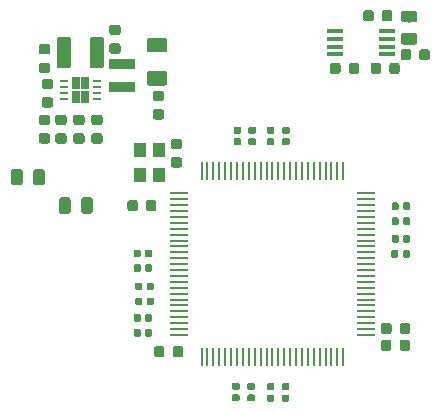
<source format=gbr>
G04 #@! TF.GenerationSoftware,KiCad,Pcbnew,5.0.2-bee76a0~70~ubuntu18.04.1*
G04 #@! TF.CreationDate,2019-11-19T20:55:50-08:00*
G04 #@! TF.ProjectId,A3P250_Dev_Board,41335032-3530-45f4-9465-765f426f6172,rev?*
G04 #@! TF.SameCoordinates,Original*
G04 #@! TF.FileFunction,Paste,Top*
G04 #@! TF.FilePolarity,Positive*
%FSLAX46Y46*%
G04 Gerber Fmt 4.6, Leading zero omitted, Abs format (unit mm)*
G04 Created by KiCad (PCBNEW 5.0.2-bee76a0~70~ubuntu18.04.1) date Tue 19 Nov 2019 08:55:50 PM PST*
%MOMM*%
%LPD*%
G01*
G04 APERTURE LIST*
%ADD10C,0.100000*%
%ADD11C,0.590000*%
%ADD12C,0.875000*%
%ADD13C,0.975000*%
%ADD14R,2.300000X0.850000*%
%ADD15C,1.250000*%
%ADD16R,0.640000X1.000000*%
%ADD17R,0.700000X0.250000*%
%ADD18R,1.450000X0.450000*%
%ADD19R,1.100000X1.300000*%
%ADD20R,0.280000X1.500000*%
%ADD21R,1.500000X0.280000*%
G04 APERTURE END LIST*
D10*
G04 #@! TO.C,C25*
G36*
X140016758Y-112990110D02*
X140031076Y-112992234D01*
X140045117Y-112995751D01*
X140058746Y-113000628D01*
X140071831Y-113006817D01*
X140084247Y-113014258D01*
X140095873Y-113022881D01*
X140106598Y-113032602D01*
X140116319Y-113043327D01*
X140124942Y-113054953D01*
X140132383Y-113067369D01*
X140138572Y-113080454D01*
X140143449Y-113094083D01*
X140146966Y-113108124D01*
X140149090Y-113122442D01*
X140149800Y-113136900D01*
X140149800Y-113481900D01*
X140149090Y-113496358D01*
X140146966Y-113510676D01*
X140143449Y-113524717D01*
X140138572Y-113538346D01*
X140132383Y-113551431D01*
X140124942Y-113563847D01*
X140116319Y-113575473D01*
X140106598Y-113586198D01*
X140095873Y-113595919D01*
X140084247Y-113604542D01*
X140071831Y-113611983D01*
X140058746Y-113618172D01*
X140045117Y-113623049D01*
X140031076Y-113626566D01*
X140016758Y-113628690D01*
X140002300Y-113629400D01*
X139707300Y-113629400D01*
X139692842Y-113628690D01*
X139678524Y-113626566D01*
X139664483Y-113623049D01*
X139650854Y-113618172D01*
X139637769Y-113611983D01*
X139625353Y-113604542D01*
X139613727Y-113595919D01*
X139603002Y-113586198D01*
X139593281Y-113575473D01*
X139584658Y-113563847D01*
X139577217Y-113551431D01*
X139571028Y-113538346D01*
X139566151Y-113524717D01*
X139562634Y-113510676D01*
X139560510Y-113496358D01*
X139559800Y-113481900D01*
X139559800Y-113136900D01*
X139560510Y-113122442D01*
X139562634Y-113108124D01*
X139566151Y-113094083D01*
X139571028Y-113080454D01*
X139577217Y-113067369D01*
X139584658Y-113054953D01*
X139593281Y-113043327D01*
X139603002Y-113032602D01*
X139613727Y-113022881D01*
X139625353Y-113014258D01*
X139637769Y-113006817D01*
X139650854Y-113000628D01*
X139664483Y-112995751D01*
X139678524Y-112992234D01*
X139692842Y-112990110D01*
X139707300Y-112989400D01*
X140002300Y-112989400D01*
X140016758Y-112990110D01*
X140016758Y-112990110D01*
G37*
D11*
X139854800Y-113309400D03*
D10*
G36*
X139046758Y-112990110D02*
X139061076Y-112992234D01*
X139075117Y-112995751D01*
X139088746Y-113000628D01*
X139101831Y-113006817D01*
X139114247Y-113014258D01*
X139125873Y-113022881D01*
X139136598Y-113032602D01*
X139146319Y-113043327D01*
X139154942Y-113054953D01*
X139162383Y-113067369D01*
X139168572Y-113080454D01*
X139173449Y-113094083D01*
X139176966Y-113108124D01*
X139179090Y-113122442D01*
X139179800Y-113136900D01*
X139179800Y-113481900D01*
X139179090Y-113496358D01*
X139176966Y-113510676D01*
X139173449Y-113524717D01*
X139168572Y-113538346D01*
X139162383Y-113551431D01*
X139154942Y-113563847D01*
X139146319Y-113575473D01*
X139136598Y-113586198D01*
X139125873Y-113595919D01*
X139114247Y-113604542D01*
X139101831Y-113611983D01*
X139088746Y-113618172D01*
X139075117Y-113623049D01*
X139061076Y-113626566D01*
X139046758Y-113628690D01*
X139032300Y-113629400D01*
X138737300Y-113629400D01*
X138722842Y-113628690D01*
X138708524Y-113626566D01*
X138694483Y-113623049D01*
X138680854Y-113618172D01*
X138667769Y-113611983D01*
X138655353Y-113604542D01*
X138643727Y-113595919D01*
X138633002Y-113586198D01*
X138623281Y-113575473D01*
X138614658Y-113563847D01*
X138607217Y-113551431D01*
X138601028Y-113538346D01*
X138596151Y-113524717D01*
X138592634Y-113510676D01*
X138590510Y-113496358D01*
X138589800Y-113481900D01*
X138589800Y-113136900D01*
X138590510Y-113122442D01*
X138592634Y-113108124D01*
X138596151Y-113094083D01*
X138601028Y-113080454D01*
X138607217Y-113067369D01*
X138614658Y-113054953D01*
X138623281Y-113043327D01*
X138633002Y-113032602D01*
X138643727Y-113022881D01*
X138655353Y-113014258D01*
X138667769Y-113006817D01*
X138680854Y-113000628D01*
X138694483Y-112995751D01*
X138708524Y-112992234D01*
X138722842Y-112990110D01*
X138737300Y-112989400D01*
X139032300Y-112989400D01*
X139046758Y-112990110D01*
X139046758Y-112990110D01*
G37*
D11*
X138884800Y-113309400D03*
G04 #@! TD*
D10*
G04 #@! TO.C,C24*
G36*
X139072158Y-111720110D02*
X139086476Y-111722234D01*
X139100517Y-111725751D01*
X139114146Y-111730628D01*
X139127231Y-111736817D01*
X139139647Y-111744258D01*
X139151273Y-111752881D01*
X139161998Y-111762602D01*
X139171719Y-111773327D01*
X139180342Y-111784953D01*
X139187783Y-111797369D01*
X139193972Y-111810454D01*
X139198849Y-111824083D01*
X139202366Y-111838124D01*
X139204490Y-111852442D01*
X139205200Y-111866900D01*
X139205200Y-112211900D01*
X139204490Y-112226358D01*
X139202366Y-112240676D01*
X139198849Y-112254717D01*
X139193972Y-112268346D01*
X139187783Y-112281431D01*
X139180342Y-112293847D01*
X139171719Y-112305473D01*
X139161998Y-112316198D01*
X139151273Y-112325919D01*
X139139647Y-112334542D01*
X139127231Y-112341983D01*
X139114146Y-112348172D01*
X139100517Y-112353049D01*
X139086476Y-112356566D01*
X139072158Y-112358690D01*
X139057700Y-112359400D01*
X138762700Y-112359400D01*
X138748242Y-112358690D01*
X138733924Y-112356566D01*
X138719883Y-112353049D01*
X138706254Y-112348172D01*
X138693169Y-112341983D01*
X138680753Y-112334542D01*
X138669127Y-112325919D01*
X138658402Y-112316198D01*
X138648681Y-112305473D01*
X138640058Y-112293847D01*
X138632617Y-112281431D01*
X138626428Y-112268346D01*
X138621551Y-112254717D01*
X138618034Y-112240676D01*
X138615910Y-112226358D01*
X138615200Y-112211900D01*
X138615200Y-111866900D01*
X138615910Y-111852442D01*
X138618034Y-111838124D01*
X138621551Y-111824083D01*
X138626428Y-111810454D01*
X138632617Y-111797369D01*
X138640058Y-111784953D01*
X138648681Y-111773327D01*
X138658402Y-111762602D01*
X138669127Y-111752881D01*
X138680753Y-111744258D01*
X138693169Y-111736817D01*
X138706254Y-111730628D01*
X138719883Y-111725751D01*
X138733924Y-111722234D01*
X138748242Y-111720110D01*
X138762700Y-111719400D01*
X139057700Y-111719400D01*
X139072158Y-111720110D01*
X139072158Y-111720110D01*
G37*
D11*
X138910200Y-112039400D03*
D10*
G36*
X140042158Y-111720110D02*
X140056476Y-111722234D01*
X140070517Y-111725751D01*
X140084146Y-111730628D01*
X140097231Y-111736817D01*
X140109647Y-111744258D01*
X140121273Y-111752881D01*
X140131998Y-111762602D01*
X140141719Y-111773327D01*
X140150342Y-111784953D01*
X140157783Y-111797369D01*
X140163972Y-111810454D01*
X140168849Y-111824083D01*
X140172366Y-111838124D01*
X140174490Y-111852442D01*
X140175200Y-111866900D01*
X140175200Y-112211900D01*
X140174490Y-112226358D01*
X140172366Y-112240676D01*
X140168849Y-112254717D01*
X140163972Y-112268346D01*
X140157783Y-112281431D01*
X140150342Y-112293847D01*
X140141719Y-112305473D01*
X140131998Y-112316198D01*
X140121273Y-112325919D01*
X140109647Y-112334542D01*
X140097231Y-112341983D01*
X140084146Y-112348172D01*
X140070517Y-112353049D01*
X140056476Y-112356566D01*
X140042158Y-112358690D01*
X140027700Y-112359400D01*
X139732700Y-112359400D01*
X139718242Y-112358690D01*
X139703924Y-112356566D01*
X139689883Y-112353049D01*
X139676254Y-112348172D01*
X139663169Y-112341983D01*
X139650753Y-112334542D01*
X139639127Y-112325919D01*
X139628402Y-112316198D01*
X139618681Y-112305473D01*
X139610058Y-112293847D01*
X139602617Y-112281431D01*
X139596428Y-112268346D01*
X139591551Y-112254717D01*
X139588034Y-112240676D01*
X139585910Y-112226358D01*
X139585200Y-112211900D01*
X139585200Y-111866900D01*
X139585910Y-111852442D01*
X139588034Y-111838124D01*
X139591551Y-111824083D01*
X139596428Y-111810454D01*
X139602617Y-111797369D01*
X139610058Y-111784953D01*
X139618681Y-111773327D01*
X139628402Y-111762602D01*
X139639127Y-111752881D01*
X139650753Y-111744258D01*
X139663169Y-111736817D01*
X139676254Y-111730628D01*
X139689883Y-111725751D01*
X139703924Y-111722234D01*
X139718242Y-111720110D01*
X139732700Y-111719400D01*
X140027700Y-111719400D01*
X140042158Y-111720110D01*
X140042158Y-111720110D01*
G37*
D11*
X139880200Y-112039400D03*
G04 #@! TD*
D10*
G04 #@! TO.C,C14*
G36*
X118198158Y-118400310D02*
X118212476Y-118402434D01*
X118226517Y-118405951D01*
X118240146Y-118410828D01*
X118253231Y-118417017D01*
X118265647Y-118424458D01*
X118277273Y-118433081D01*
X118287998Y-118442802D01*
X118297719Y-118453527D01*
X118306342Y-118465153D01*
X118313783Y-118477569D01*
X118319972Y-118490654D01*
X118324849Y-118504283D01*
X118328366Y-118518324D01*
X118330490Y-118532642D01*
X118331200Y-118547100D01*
X118331200Y-118892100D01*
X118330490Y-118906558D01*
X118328366Y-118920876D01*
X118324849Y-118934917D01*
X118319972Y-118948546D01*
X118313783Y-118961631D01*
X118306342Y-118974047D01*
X118297719Y-118985673D01*
X118287998Y-118996398D01*
X118277273Y-119006119D01*
X118265647Y-119014742D01*
X118253231Y-119022183D01*
X118240146Y-119028372D01*
X118226517Y-119033249D01*
X118212476Y-119036766D01*
X118198158Y-119038890D01*
X118183700Y-119039600D01*
X117888700Y-119039600D01*
X117874242Y-119038890D01*
X117859924Y-119036766D01*
X117845883Y-119033249D01*
X117832254Y-119028372D01*
X117819169Y-119022183D01*
X117806753Y-119014742D01*
X117795127Y-119006119D01*
X117784402Y-118996398D01*
X117774681Y-118985673D01*
X117766058Y-118974047D01*
X117758617Y-118961631D01*
X117752428Y-118948546D01*
X117747551Y-118934917D01*
X117744034Y-118920876D01*
X117741910Y-118906558D01*
X117741200Y-118892100D01*
X117741200Y-118547100D01*
X117741910Y-118532642D01*
X117744034Y-118518324D01*
X117747551Y-118504283D01*
X117752428Y-118490654D01*
X117758617Y-118477569D01*
X117766058Y-118465153D01*
X117774681Y-118453527D01*
X117784402Y-118442802D01*
X117795127Y-118433081D01*
X117806753Y-118424458D01*
X117819169Y-118417017D01*
X117832254Y-118410828D01*
X117845883Y-118405951D01*
X117859924Y-118402434D01*
X117874242Y-118400310D01*
X117888700Y-118399600D01*
X118183700Y-118399600D01*
X118198158Y-118400310D01*
X118198158Y-118400310D01*
G37*
D11*
X118036200Y-118719600D03*
D10*
G36*
X117228158Y-118400310D02*
X117242476Y-118402434D01*
X117256517Y-118405951D01*
X117270146Y-118410828D01*
X117283231Y-118417017D01*
X117295647Y-118424458D01*
X117307273Y-118433081D01*
X117317998Y-118442802D01*
X117327719Y-118453527D01*
X117336342Y-118465153D01*
X117343783Y-118477569D01*
X117349972Y-118490654D01*
X117354849Y-118504283D01*
X117358366Y-118518324D01*
X117360490Y-118532642D01*
X117361200Y-118547100D01*
X117361200Y-118892100D01*
X117360490Y-118906558D01*
X117358366Y-118920876D01*
X117354849Y-118934917D01*
X117349972Y-118948546D01*
X117343783Y-118961631D01*
X117336342Y-118974047D01*
X117327719Y-118985673D01*
X117317998Y-118996398D01*
X117307273Y-119006119D01*
X117295647Y-119014742D01*
X117283231Y-119022183D01*
X117270146Y-119028372D01*
X117256517Y-119033249D01*
X117242476Y-119036766D01*
X117228158Y-119038890D01*
X117213700Y-119039600D01*
X116918700Y-119039600D01*
X116904242Y-119038890D01*
X116889924Y-119036766D01*
X116875883Y-119033249D01*
X116862254Y-119028372D01*
X116849169Y-119022183D01*
X116836753Y-119014742D01*
X116825127Y-119006119D01*
X116814402Y-118996398D01*
X116804681Y-118985673D01*
X116796058Y-118974047D01*
X116788617Y-118961631D01*
X116782428Y-118948546D01*
X116777551Y-118934917D01*
X116774034Y-118920876D01*
X116771910Y-118906558D01*
X116771200Y-118892100D01*
X116771200Y-118547100D01*
X116771910Y-118532642D01*
X116774034Y-118518324D01*
X116777551Y-118504283D01*
X116782428Y-118490654D01*
X116788617Y-118477569D01*
X116796058Y-118465153D01*
X116804681Y-118453527D01*
X116814402Y-118442802D01*
X116825127Y-118433081D01*
X116836753Y-118424458D01*
X116849169Y-118417017D01*
X116862254Y-118410828D01*
X116875883Y-118405951D01*
X116889924Y-118402434D01*
X116904242Y-118400310D01*
X116918700Y-118399600D01*
X117213700Y-118399600D01*
X117228158Y-118400310D01*
X117228158Y-118400310D01*
G37*
D11*
X117066200Y-118719600D03*
G04 #@! TD*
D10*
G04 #@! TO.C,C4*
G36*
X112418691Y-103094053D02*
X112439926Y-103097203D01*
X112460750Y-103102419D01*
X112480962Y-103109651D01*
X112500368Y-103118830D01*
X112518781Y-103129866D01*
X112536024Y-103142654D01*
X112551930Y-103157070D01*
X112566346Y-103172976D01*
X112579134Y-103190219D01*
X112590170Y-103208632D01*
X112599349Y-103228038D01*
X112606581Y-103248250D01*
X112611797Y-103269074D01*
X112614947Y-103290309D01*
X112616000Y-103311750D01*
X112616000Y-103749250D01*
X112614947Y-103770691D01*
X112611797Y-103791926D01*
X112606581Y-103812750D01*
X112599349Y-103832962D01*
X112590170Y-103852368D01*
X112579134Y-103870781D01*
X112566346Y-103888024D01*
X112551930Y-103903930D01*
X112536024Y-103918346D01*
X112518781Y-103931134D01*
X112500368Y-103942170D01*
X112480962Y-103951349D01*
X112460750Y-103958581D01*
X112439926Y-103963797D01*
X112418691Y-103966947D01*
X112397250Y-103968000D01*
X111884750Y-103968000D01*
X111863309Y-103966947D01*
X111842074Y-103963797D01*
X111821250Y-103958581D01*
X111801038Y-103951349D01*
X111781632Y-103942170D01*
X111763219Y-103931134D01*
X111745976Y-103918346D01*
X111730070Y-103903930D01*
X111715654Y-103888024D01*
X111702866Y-103870781D01*
X111691830Y-103852368D01*
X111682651Y-103832962D01*
X111675419Y-103812750D01*
X111670203Y-103791926D01*
X111667053Y-103770691D01*
X111666000Y-103749250D01*
X111666000Y-103311750D01*
X111667053Y-103290309D01*
X111670203Y-103269074D01*
X111675419Y-103248250D01*
X111682651Y-103228038D01*
X111691830Y-103208632D01*
X111702866Y-103190219D01*
X111715654Y-103172976D01*
X111730070Y-103157070D01*
X111745976Y-103142654D01*
X111763219Y-103129866D01*
X111781632Y-103118830D01*
X111801038Y-103109651D01*
X111821250Y-103102419D01*
X111842074Y-103097203D01*
X111863309Y-103094053D01*
X111884750Y-103093000D01*
X112397250Y-103093000D01*
X112418691Y-103094053D01*
X112418691Y-103094053D01*
G37*
D12*
X112141000Y-103530500D03*
D10*
G36*
X112418691Y-101519053D02*
X112439926Y-101522203D01*
X112460750Y-101527419D01*
X112480962Y-101534651D01*
X112500368Y-101543830D01*
X112518781Y-101554866D01*
X112536024Y-101567654D01*
X112551930Y-101582070D01*
X112566346Y-101597976D01*
X112579134Y-101615219D01*
X112590170Y-101633632D01*
X112599349Y-101653038D01*
X112606581Y-101673250D01*
X112611797Y-101694074D01*
X112614947Y-101715309D01*
X112616000Y-101736750D01*
X112616000Y-102174250D01*
X112614947Y-102195691D01*
X112611797Y-102216926D01*
X112606581Y-102237750D01*
X112599349Y-102257962D01*
X112590170Y-102277368D01*
X112579134Y-102295781D01*
X112566346Y-102313024D01*
X112551930Y-102328930D01*
X112536024Y-102343346D01*
X112518781Y-102356134D01*
X112500368Y-102367170D01*
X112480962Y-102376349D01*
X112460750Y-102383581D01*
X112439926Y-102388797D01*
X112418691Y-102391947D01*
X112397250Y-102393000D01*
X111884750Y-102393000D01*
X111863309Y-102391947D01*
X111842074Y-102388797D01*
X111821250Y-102383581D01*
X111801038Y-102376349D01*
X111781632Y-102367170D01*
X111763219Y-102356134D01*
X111745976Y-102343346D01*
X111730070Y-102328930D01*
X111715654Y-102313024D01*
X111702866Y-102295781D01*
X111691830Y-102277368D01*
X111682651Y-102257962D01*
X111675419Y-102237750D01*
X111670203Y-102216926D01*
X111667053Y-102195691D01*
X111666000Y-102174250D01*
X111666000Y-101736750D01*
X111667053Y-101715309D01*
X111670203Y-101694074D01*
X111675419Y-101673250D01*
X111682651Y-101653038D01*
X111691830Y-101633632D01*
X111702866Y-101615219D01*
X111715654Y-101597976D01*
X111730070Y-101582070D01*
X111745976Y-101567654D01*
X111763219Y-101554866D01*
X111781632Y-101543830D01*
X111801038Y-101534651D01*
X111821250Y-101527419D01*
X111842074Y-101522203D01*
X111863309Y-101519053D01*
X111884750Y-101518000D01*
X112397250Y-101518000D01*
X112418691Y-101519053D01*
X112418691Y-101519053D01*
G37*
D12*
X112141000Y-101955500D03*
G04 #@! TD*
D10*
G04 #@! TO.C,C9*
G36*
X109497691Y-101519053D02*
X109518926Y-101522203D01*
X109539750Y-101527419D01*
X109559962Y-101534651D01*
X109579368Y-101543830D01*
X109597781Y-101554866D01*
X109615024Y-101567654D01*
X109630930Y-101582070D01*
X109645346Y-101597976D01*
X109658134Y-101615219D01*
X109669170Y-101633632D01*
X109678349Y-101653038D01*
X109685581Y-101673250D01*
X109690797Y-101694074D01*
X109693947Y-101715309D01*
X109695000Y-101736750D01*
X109695000Y-102174250D01*
X109693947Y-102195691D01*
X109690797Y-102216926D01*
X109685581Y-102237750D01*
X109678349Y-102257962D01*
X109669170Y-102277368D01*
X109658134Y-102295781D01*
X109645346Y-102313024D01*
X109630930Y-102328930D01*
X109615024Y-102343346D01*
X109597781Y-102356134D01*
X109579368Y-102367170D01*
X109559962Y-102376349D01*
X109539750Y-102383581D01*
X109518926Y-102388797D01*
X109497691Y-102391947D01*
X109476250Y-102393000D01*
X108963750Y-102393000D01*
X108942309Y-102391947D01*
X108921074Y-102388797D01*
X108900250Y-102383581D01*
X108880038Y-102376349D01*
X108860632Y-102367170D01*
X108842219Y-102356134D01*
X108824976Y-102343346D01*
X108809070Y-102328930D01*
X108794654Y-102313024D01*
X108781866Y-102295781D01*
X108770830Y-102277368D01*
X108761651Y-102257962D01*
X108754419Y-102237750D01*
X108749203Y-102216926D01*
X108746053Y-102195691D01*
X108745000Y-102174250D01*
X108745000Y-101736750D01*
X108746053Y-101715309D01*
X108749203Y-101694074D01*
X108754419Y-101673250D01*
X108761651Y-101653038D01*
X108770830Y-101633632D01*
X108781866Y-101615219D01*
X108794654Y-101597976D01*
X108809070Y-101582070D01*
X108824976Y-101567654D01*
X108842219Y-101554866D01*
X108860632Y-101543830D01*
X108880038Y-101534651D01*
X108900250Y-101527419D01*
X108921074Y-101522203D01*
X108942309Y-101519053D01*
X108963750Y-101518000D01*
X109476250Y-101518000D01*
X109497691Y-101519053D01*
X109497691Y-101519053D01*
G37*
D12*
X109220000Y-101955500D03*
D10*
G36*
X109497691Y-103094053D02*
X109518926Y-103097203D01*
X109539750Y-103102419D01*
X109559962Y-103109651D01*
X109579368Y-103118830D01*
X109597781Y-103129866D01*
X109615024Y-103142654D01*
X109630930Y-103157070D01*
X109645346Y-103172976D01*
X109658134Y-103190219D01*
X109669170Y-103208632D01*
X109678349Y-103228038D01*
X109685581Y-103248250D01*
X109690797Y-103269074D01*
X109693947Y-103290309D01*
X109695000Y-103311750D01*
X109695000Y-103749250D01*
X109693947Y-103770691D01*
X109690797Y-103791926D01*
X109685581Y-103812750D01*
X109678349Y-103832962D01*
X109669170Y-103852368D01*
X109658134Y-103870781D01*
X109645346Y-103888024D01*
X109630930Y-103903930D01*
X109615024Y-103918346D01*
X109597781Y-103931134D01*
X109579368Y-103942170D01*
X109559962Y-103951349D01*
X109539750Y-103958581D01*
X109518926Y-103963797D01*
X109497691Y-103966947D01*
X109476250Y-103968000D01*
X108963750Y-103968000D01*
X108942309Y-103966947D01*
X108921074Y-103963797D01*
X108900250Y-103958581D01*
X108880038Y-103951349D01*
X108860632Y-103942170D01*
X108842219Y-103931134D01*
X108824976Y-103918346D01*
X108809070Y-103903930D01*
X108794654Y-103888024D01*
X108781866Y-103870781D01*
X108770830Y-103852368D01*
X108761651Y-103832962D01*
X108754419Y-103812750D01*
X108749203Y-103791926D01*
X108746053Y-103770691D01*
X108745000Y-103749250D01*
X108745000Y-103311750D01*
X108746053Y-103290309D01*
X108749203Y-103269074D01*
X108754419Y-103248250D01*
X108761651Y-103228038D01*
X108770830Y-103208632D01*
X108781866Y-103190219D01*
X108794654Y-103172976D01*
X108809070Y-103157070D01*
X108824976Y-103142654D01*
X108842219Y-103129866D01*
X108860632Y-103118830D01*
X108880038Y-103109651D01*
X108900250Y-103102419D01*
X108921074Y-103097203D01*
X108942309Y-103094053D01*
X108963750Y-103093000D01*
X109476250Y-103093000D01*
X109497691Y-103094053D01*
X109497691Y-103094053D01*
G37*
D12*
X109220000Y-103530500D03*
G04 #@! TD*
D10*
G04 #@! TO.C,D1*
G36*
X107153142Y-106108174D02*
X107176803Y-106111684D01*
X107200007Y-106117496D01*
X107222529Y-106125554D01*
X107244153Y-106135782D01*
X107264670Y-106148079D01*
X107283883Y-106162329D01*
X107301607Y-106178393D01*
X107317671Y-106196117D01*
X107331921Y-106215330D01*
X107344218Y-106235847D01*
X107354446Y-106257471D01*
X107362504Y-106279993D01*
X107368316Y-106303197D01*
X107371826Y-106326858D01*
X107373000Y-106350750D01*
X107373000Y-107263250D01*
X107371826Y-107287142D01*
X107368316Y-107310803D01*
X107362504Y-107334007D01*
X107354446Y-107356529D01*
X107344218Y-107378153D01*
X107331921Y-107398670D01*
X107317671Y-107417883D01*
X107301607Y-107435607D01*
X107283883Y-107451671D01*
X107264670Y-107465921D01*
X107244153Y-107478218D01*
X107222529Y-107488446D01*
X107200007Y-107496504D01*
X107176803Y-107502316D01*
X107153142Y-107505826D01*
X107129250Y-107507000D01*
X106641750Y-107507000D01*
X106617858Y-107505826D01*
X106594197Y-107502316D01*
X106570993Y-107496504D01*
X106548471Y-107488446D01*
X106526847Y-107478218D01*
X106506330Y-107465921D01*
X106487117Y-107451671D01*
X106469393Y-107435607D01*
X106453329Y-107417883D01*
X106439079Y-107398670D01*
X106426782Y-107378153D01*
X106416554Y-107356529D01*
X106408496Y-107334007D01*
X106402684Y-107310803D01*
X106399174Y-107287142D01*
X106398000Y-107263250D01*
X106398000Y-106350750D01*
X106399174Y-106326858D01*
X106402684Y-106303197D01*
X106408496Y-106279993D01*
X106416554Y-106257471D01*
X106426782Y-106235847D01*
X106439079Y-106215330D01*
X106453329Y-106196117D01*
X106469393Y-106178393D01*
X106487117Y-106162329D01*
X106506330Y-106148079D01*
X106526847Y-106135782D01*
X106548471Y-106125554D01*
X106570993Y-106117496D01*
X106594197Y-106111684D01*
X106617858Y-106108174D01*
X106641750Y-106107000D01*
X107129250Y-106107000D01*
X107153142Y-106108174D01*
X107153142Y-106108174D01*
G37*
D13*
X106885500Y-106807000D03*
D10*
G36*
X109028142Y-106108174D02*
X109051803Y-106111684D01*
X109075007Y-106117496D01*
X109097529Y-106125554D01*
X109119153Y-106135782D01*
X109139670Y-106148079D01*
X109158883Y-106162329D01*
X109176607Y-106178393D01*
X109192671Y-106196117D01*
X109206921Y-106215330D01*
X109219218Y-106235847D01*
X109229446Y-106257471D01*
X109237504Y-106279993D01*
X109243316Y-106303197D01*
X109246826Y-106326858D01*
X109248000Y-106350750D01*
X109248000Y-107263250D01*
X109246826Y-107287142D01*
X109243316Y-107310803D01*
X109237504Y-107334007D01*
X109229446Y-107356529D01*
X109219218Y-107378153D01*
X109206921Y-107398670D01*
X109192671Y-107417883D01*
X109176607Y-107435607D01*
X109158883Y-107451671D01*
X109139670Y-107465921D01*
X109119153Y-107478218D01*
X109097529Y-107488446D01*
X109075007Y-107496504D01*
X109051803Y-107502316D01*
X109028142Y-107505826D01*
X109004250Y-107507000D01*
X108516750Y-107507000D01*
X108492858Y-107505826D01*
X108469197Y-107502316D01*
X108445993Y-107496504D01*
X108423471Y-107488446D01*
X108401847Y-107478218D01*
X108381330Y-107465921D01*
X108362117Y-107451671D01*
X108344393Y-107435607D01*
X108328329Y-107417883D01*
X108314079Y-107398670D01*
X108301782Y-107378153D01*
X108291554Y-107356529D01*
X108283496Y-107334007D01*
X108277684Y-107310803D01*
X108274174Y-107287142D01*
X108273000Y-107263250D01*
X108273000Y-106350750D01*
X108274174Y-106326858D01*
X108277684Y-106303197D01*
X108283496Y-106279993D01*
X108291554Y-106257471D01*
X108301782Y-106235847D01*
X108314079Y-106215330D01*
X108328329Y-106196117D01*
X108344393Y-106178393D01*
X108362117Y-106162329D01*
X108381330Y-106148079D01*
X108401847Y-106135782D01*
X108423471Y-106125554D01*
X108445993Y-106117496D01*
X108469197Y-106111684D01*
X108492858Y-106108174D01*
X108516750Y-106107000D01*
X109004250Y-106107000D01*
X109028142Y-106108174D01*
X109028142Y-106108174D01*
G37*
D13*
X108760500Y-106807000D03*
G04 #@! TD*
D10*
G04 #@! TO.C,D2*
G36*
X141639387Y-95975302D02*
X141660622Y-95978452D01*
X141681446Y-95983668D01*
X141701658Y-95990900D01*
X141721064Y-96000079D01*
X141739477Y-96011115D01*
X141756720Y-96023903D01*
X141772626Y-96038319D01*
X141787042Y-96054225D01*
X141799830Y-96071468D01*
X141810866Y-96089881D01*
X141820045Y-96109287D01*
X141827277Y-96129499D01*
X141832493Y-96150323D01*
X141835643Y-96171558D01*
X141836696Y-96192999D01*
X141836696Y-96705499D01*
X141835643Y-96726940D01*
X141832493Y-96748175D01*
X141827277Y-96768999D01*
X141820045Y-96789211D01*
X141810866Y-96808617D01*
X141799830Y-96827030D01*
X141787042Y-96844273D01*
X141772626Y-96860179D01*
X141756720Y-96874595D01*
X141739477Y-96887383D01*
X141721064Y-96898419D01*
X141701658Y-96907598D01*
X141681446Y-96914830D01*
X141660622Y-96920046D01*
X141639387Y-96923196D01*
X141617946Y-96924249D01*
X141180446Y-96924249D01*
X141159005Y-96923196D01*
X141137770Y-96920046D01*
X141116946Y-96914830D01*
X141096734Y-96907598D01*
X141077328Y-96898419D01*
X141058915Y-96887383D01*
X141041672Y-96874595D01*
X141025766Y-96860179D01*
X141011350Y-96844273D01*
X140998562Y-96827030D01*
X140987526Y-96808617D01*
X140978347Y-96789211D01*
X140971115Y-96768999D01*
X140965899Y-96748175D01*
X140962749Y-96726940D01*
X140961696Y-96705499D01*
X140961696Y-96192999D01*
X140962749Y-96171558D01*
X140965899Y-96150323D01*
X140971115Y-96129499D01*
X140978347Y-96109287D01*
X140987526Y-96089881D01*
X140998562Y-96071468D01*
X141011350Y-96054225D01*
X141025766Y-96038319D01*
X141041672Y-96023903D01*
X141058915Y-96011115D01*
X141077328Y-96000079D01*
X141096734Y-95990900D01*
X141116946Y-95983668D01*
X141137770Y-95978452D01*
X141159005Y-95975302D01*
X141180446Y-95974249D01*
X141617946Y-95974249D01*
X141639387Y-95975302D01*
X141639387Y-95975302D01*
G37*
D12*
X141399196Y-96449249D03*
D10*
G36*
X140064387Y-95975302D02*
X140085622Y-95978452D01*
X140106446Y-95983668D01*
X140126658Y-95990900D01*
X140146064Y-96000079D01*
X140164477Y-96011115D01*
X140181720Y-96023903D01*
X140197626Y-96038319D01*
X140212042Y-96054225D01*
X140224830Y-96071468D01*
X140235866Y-96089881D01*
X140245045Y-96109287D01*
X140252277Y-96129499D01*
X140257493Y-96150323D01*
X140260643Y-96171558D01*
X140261696Y-96192999D01*
X140261696Y-96705499D01*
X140260643Y-96726940D01*
X140257493Y-96748175D01*
X140252277Y-96768999D01*
X140245045Y-96789211D01*
X140235866Y-96808617D01*
X140224830Y-96827030D01*
X140212042Y-96844273D01*
X140197626Y-96860179D01*
X140181720Y-96874595D01*
X140164477Y-96887383D01*
X140146064Y-96898419D01*
X140126658Y-96907598D01*
X140106446Y-96914830D01*
X140085622Y-96920046D01*
X140064387Y-96923196D01*
X140042946Y-96924249D01*
X139605446Y-96924249D01*
X139584005Y-96923196D01*
X139562770Y-96920046D01*
X139541946Y-96914830D01*
X139521734Y-96907598D01*
X139502328Y-96898419D01*
X139483915Y-96887383D01*
X139466672Y-96874595D01*
X139450766Y-96860179D01*
X139436350Y-96844273D01*
X139423562Y-96827030D01*
X139412526Y-96808617D01*
X139403347Y-96789211D01*
X139396115Y-96768999D01*
X139390899Y-96748175D01*
X139387749Y-96726940D01*
X139386696Y-96705499D01*
X139386696Y-96192999D01*
X139387749Y-96171558D01*
X139390899Y-96150323D01*
X139396115Y-96129499D01*
X139403347Y-96109287D01*
X139412526Y-96089881D01*
X139423562Y-96071468D01*
X139436350Y-96054225D01*
X139450766Y-96038319D01*
X139466672Y-96023903D01*
X139483915Y-96011115D01*
X139502328Y-96000079D01*
X139521734Y-95990900D01*
X139541946Y-95983668D01*
X139562770Y-95978452D01*
X139584005Y-95975302D01*
X139605446Y-95974249D01*
X140042946Y-95974249D01*
X140064387Y-95975302D01*
X140064387Y-95975302D01*
G37*
D12*
X139824196Y-96449249D03*
G04 #@! TD*
D14*
G04 #@! TO.C,L1*
X115824000Y-97196000D03*
X115824000Y-99146000D03*
G04 #@! TD*
D10*
G04 #@! TO.C,L2*
G36*
X119394504Y-97804204D02*
X119418773Y-97807804D01*
X119442571Y-97813765D01*
X119465671Y-97822030D01*
X119487849Y-97832520D01*
X119508893Y-97845133D01*
X119528598Y-97859747D01*
X119546777Y-97876223D01*
X119563253Y-97894402D01*
X119577867Y-97914107D01*
X119590480Y-97935151D01*
X119600970Y-97957329D01*
X119609235Y-97980429D01*
X119615196Y-98004227D01*
X119618796Y-98028496D01*
X119620000Y-98053000D01*
X119620000Y-98803000D01*
X119618796Y-98827504D01*
X119615196Y-98851773D01*
X119609235Y-98875571D01*
X119600970Y-98898671D01*
X119590480Y-98920849D01*
X119577867Y-98941893D01*
X119563253Y-98961598D01*
X119546777Y-98979777D01*
X119528598Y-98996253D01*
X119508893Y-99010867D01*
X119487849Y-99023480D01*
X119465671Y-99033970D01*
X119442571Y-99042235D01*
X119418773Y-99048196D01*
X119394504Y-99051796D01*
X119370000Y-99053000D01*
X118120000Y-99053000D01*
X118095496Y-99051796D01*
X118071227Y-99048196D01*
X118047429Y-99042235D01*
X118024329Y-99033970D01*
X118002151Y-99023480D01*
X117981107Y-99010867D01*
X117961402Y-98996253D01*
X117943223Y-98979777D01*
X117926747Y-98961598D01*
X117912133Y-98941893D01*
X117899520Y-98920849D01*
X117889030Y-98898671D01*
X117880765Y-98875571D01*
X117874804Y-98851773D01*
X117871204Y-98827504D01*
X117870000Y-98803000D01*
X117870000Y-98053000D01*
X117871204Y-98028496D01*
X117874804Y-98004227D01*
X117880765Y-97980429D01*
X117889030Y-97957329D01*
X117899520Y-97935151D01*
X117912133Y-97914107D01*
X117926747Y-97894402D01*
X117943223Y-97876223D01*
X117961402Y-97859747D01*
X117981107Y-97845133D01*
X118002151Y-97832520D01*
X118024329Y-97822030D01*
X118047429Y-97813765D01*
X118071227Y-97807804D01*
X118095496Y-97804204D01*
X118120000Y-97803000D01*
X119370000Y-97803000D01*
X119394504Y-97804204D01*
X119394504Y-97804204D01*
G37*
D15*
X118745000Y-98428000D03*
D10*
G36*
X119394504Y-95004204D02*
X119418773Y-95007804D01*
X119442571Y-95013765D01*
X119465671Y-95022030D01*
X119487849Y-95032520D01*
X119508893Y-95045133D01*
X119528598Y-95059747D01*
X119546777Y-95076223D01*
X119563253Y-95094402D01*
X119577867Y-95114107D01*
X119590480Y-95135151D01*
X119600970Y-95157329D01*
X119609235Y-95180429D01*
X119615196Y-95204227D01*
X119618796Y-95228496D01*
X119620000Y-95253000D01*
X119620000Y-96003000D01*
X119618796Y-96027504D01*
X119615196Y-96051773D01*
X119609235Y-96075571D01*
X119600970Y-96098671D01*
X119590480Y-96120849D01*
X119577867Y-96141893D01*
X119563253Y-96161598D01*
X119546777Y-96179777D01*
X119528598Y-96196253D01*
X119508893Y-96210867D01*
X119487849Y-96223480D01*
X119465671Y-96233970D01*
X119442571Y-96242235D01*
X119418773Y-96248196D01*
X119394504Y-96251796D01*
X119370000Y-96253000D01*
X118120000Y-96253000D01*
X118095496Y-96251796D01*
X118071227Y-96248196D01*
X118047429Y-96242235D01*
X118024329Y-96233970D01*
X118002151Y-96223480D01*
X117981107Y-96210867D01*
X117961402Y-96196253D01*
X117943223Y-96179777D01*
X117926747Y-96161598D01*
X117912133Y-96141893D01*
X117899520Y-96120849D01*
X117889030Y-96098671D01*
X117880765Y-96075571D01*
X117874804Y-96051773D01*
X117871204Y-96027504D01*
X117870000Y-96003000D01*
X117870000Y-95253000D01*
X117871204Y-95228496D01*
X117874804Y-95204227D01*
X117880765Y-95180429D01*
X117889030Y-95157329D01*
X117899520Y-95135151D01*
X117912133Y-95114107D01*
X117926747Y-95094402D01*
X117943223Y-95076223D01*
X117961402Y-95059747D01*
X117981107Y-95045133D01*
X118002151Y-95032520D01*
X118024329Y-95022030D01*
X118047429Y-95013765D01*
X118071227Y-95007804D01*
X118095496Y-95004204D01*
X118120000Y-95003000D01*
X119370000Y-95003000D01*
X119394504Y-95004204D01*
X119394504Y-95004204D01*
G37*
D15*
X118745000Y-95628000D03*
G04 #@! TD*
D10*
G04 #@! TO.C,R1*
G36*
X111217142Y-108521174D02*
X111240803Y-108524684D01*
X111264007Y-108530496D01*
X111286529Y-108538554D01*
X111308153Y-108548782D01*
X111328670Y-108561079D01*
X111347883Y-108575329D01*
X111365607Y-108591393D01*
X111381671Y-108609117D01*
X111395921Y-108628330D01*
X111408218Y-108648847D01*
X111418446Y-108670471D01*
X111426504Y-108692993D01*
X111432316Y-108716197D01*
X111435826Y-108739858D01*
X111437000Y-108763750D01*
X111437000Y-109676250D01*
X111435826Y-109700142D01*
X111432316Y-109723803D01*
X111426504Y-109747007D01*
X111418446Y-109769529D01*
X111408218Y-109791153D01*
X111395921Y-109811670D01*
X111381671Y-109830883D01*
X111365607Y-109848607D01*
X111347883Y-109864671D01*
X111328670Y-109878921D01*
X111308153Y-109891218D01*
X111286529Y-109901446D01*
X111264007Y-109909504D01*
X111240803Y-109915316D01*
X111217142Y-109918826D01*
X111193250Y-109920000D01*
X110705750Y-109920000D01*
X110681858Y-109918826D01*
X110658197Y-109915316D01*
X110634993Y-109909504D01*
X110612471Y-109901446D01*
X110590847Y-109891218D01*
X110570330Y-109878921D01*
X110551117Y-109864671D01*
X110533393Y-109848607D01*
X110517329Y-109830883D01*
X110503079Y-109811670D01*
X110490782Y-109791153D01*
X110480554Y-109769529D01*
X110472496Y-109747007D01*
X110466684Y-109723803D01*
X110463174Y-109700142D01*
X110462000Y-109676250D01*
X110462000Y-108763750D01*
X110463174Y-108739858D01*
X110466684Y-108716197D01*
X110472496Y-108692993D01*
X110480554Y-108670471D01*
X110490782Y-108648847D01*
X110503079Y-108628330D01*
X110517329Y-108609117D01*
X110533393Y-108591393D01*
X110551117Y-108575329D01*
X110570330Y-108561079D01*
X110590847Y-108548782D01*
X110612471Y-108538554D01*
X110634993Y-108530496D01*
X110658197Y-108524684D01*
X110681858Y-108521174D01*
X110705750Y-108520000D01*
X111193250Y-108520000D01*
X111217142Y-108521174D01*
X111217142Y-108521174D01*
G37*
D13*
X110949500Y-109220000D03*
D10*
G36*
X113092142Y-108521174D02*
X113115803Y-108524684D01*
X113139007Y-108530496D01*
X113161529Y-108538554D01*
X113183153Y-108548782D01*
X113203670Y-108561079D01*
X113222883Y-108575329D01*
X113240607Y-108591393D01*
X113256671Y-108609117D01*
X113270921Y-108628330D01*
X113283218Y-108648847D01*
X113293446Y-108670471D01*
X113301504Y-108692993D01*
X113307316Y-108716197D01*
X113310826Y-108739858D01*
X113312000Y-108763750D01*
X113312000Y-109676250D01*
X113310826Y-109700142D01*
X113307316Y-109723803D01*
X113301504Y-109747007D01*
X113293446Y-109769529D01*
X113283218Y-109791153D01*
X113270921Y-109811670D01*
X113256671Y-109830883D01*
X113240607Y-109848607D01*
X113222883Y-109864671D01*
X113203670Y-109878921D01*
X113183153Y-109891218D01*
X113161529Y-109901446D01*
X113139007Y-109909504D01*
X113115803Y-109915316D01*
X113092142Y-109918826D01*
X113068250Y-109920000D01*
X112580750Y-109920000D01*
X112556858Y-109918826D01*
X112533197Y-109915316D01*
X112509993Y-109909504D01*
X112487471Y-109901446D01*
X112465847Y-109891218D01*
X112445330Y-109878921D01*
X112426117Y-109864671D01*
X112408393Y-109848607D01*
X112392329Y-109830883D01*
X112378079Y-109811670D01*
X112365782Y-109791153D01*
X112355554Y-109769529D01*
X112347496Y-109747007D01*
X112341684Y-109723803D01*
X112338174Y-109700142D01*
X112337000Y-109676250D01*
X112337000Y-108763750D01*
X112338174Y-108739858D01*
X112341684Y-108716197D01*
X112347496Y-108692993D01*
X112355554Y-108670471D01*
X112365782Y-108648847D01*
X112378079Y-108628330D01*
X112392329Y-108609117D01*
X112408393Y-108591393D01*
X112426117Y-108575329D01*
X112445330Y-108561079D01*
X112465847Y-108548782D01*
X112487471Y-108538554D01*
X112509993Y-108530496D01*
X112533197Y-108524684D01*
X112556858Y-108521174D01*
X112580750Y-108520000D01*
X113068250Y-108520000D01*
X113092142Y-108521174D01*
X113092142Y-108521174D01*
G37*
D13*
X112824500Y-109220000D03*
G04 #@! TD*
D10*
G04 #@! TO.C,R2*
G36*
X110894691Y-103094053D02*
X110915926Y-103097203D01*
X110936750Y-103102419D01*
X110956962Y-103109651D01*
X110976368Y-103118830D01*
X110994781Y-103129866D01*
X111012024Y-103142654D01*
X111027930Y-103157070D01*
X111042346Y-103172976D01*
X111055134Y-103190219D01*
X111066170Y-103208632D01*
X111075349Y-103228038D01*
X111082581Y-103248250D01*
X111087797Y-103269074D01*
X111090947Y-103290309D01*
X111092000Y-103311750D01*
X111092000Y-103749250D01*
X111090947Y-103770691D01*
X111087797Y-103791926D01*
X111082581Y-103812750D01*
X111075349Y-103832962D01*
X111066170Y-103852368D01*
X111055134Y-103870781D01*
X111042346Y-103888024D01*
X111027930Y-103903930D01*
X111012024Y-103918346D01*
X110994781Y-103931134D01*
X110976368Y-103942170D01*
X110956962Y-103951349D01*
X110936750Y-103958581D01*
X110915926Y-103963797D01*
X110894691Y-103966947D01*
X110873250Y-103968000D01*
X110360750Y-103968000D01*
X110339309Y-103966947D01*
X110318074Y-103963797D01*
X110297250Y-103958581D01*
X110277038Y-103951349D01*
X110257632Y-103942170D01*
X110239219Y-103931134D01*
X110221976Y-103918346D01*
X110206070Y-103903930D01*
X110191654Y-103888024D01*
X110178866Y-103870781D01*
X110167830Y-103852368D01*
X110158651Y-103832962D01*
X110151419Y-103812750D01*
X110146203Y-103791926D01*
X110143053Y-103770691D01*
X110142000Y-103749250D01*
X110142000Y-103311750D01*
X110143053Y-103290309D01*
X110146203Y-103269074D01*
X110151419Y-103248250D01*
X110158651Y-103228038D01*
X110167830Y-103208632D01*
X110178866Y-103190219D01*
X110191654Y-103172976D01*
X110206070Y-103157070D01*
X110221976Y-103142654D01*
X110239219Y-103129866D01*
X110257632Y-103118830D01*
X110277038Y-103109651D01*
X110297250Y-103102419D01*
X110318074Y-103097203D01*
X110339309Y-103094053D01*
X110360750Y-103093000D01*
X110873250Y-103093000D01*
X110894691Y-103094053D01*
X110894691Y-103094053D01*
G37*
D12*
X110617000Y-103530500D03*
D10*
G36*
X110894691Y-101519053D02*
X110915926Y-101522203D01*
X110936750Y-101527419D01*
X110956962Y-101534651D01*
X110976368Y-101543830D01*
X110994781Y-101554866D01*
X111012024Y-101567654D01*
X111027930Y-101582070D01*
X111042346Y-101597976D01*
X111055134Y-101615219D01*
X111066170Y-101633632D01*
X111075349Y-101653038D01*
X111082581Y-101673250D01*
X111087797Y-101694074D01*
X111090947Y-101715309D01*
X111092000Y-101736750D01*
X111092000Y-102174250D01*
X111090947Y-102195691D01*
X111087797Y-102216926D01*
X111082581Y-102237750D01*
X111075349Y-102257962D01*
X111066170Y-102277368D01*
X111055134Y-102295781D01*
X111042346Y-102313024D01*
X111027930Y-102328930D01*
X111012024Y-102343346D01*
X110994781Y-102356134D01*
X110976368Y-102367170D01*
X110956962Y-102376349D01*
X110936750Y-102383581D01*
X110915926Y-102388797D01*
X110894691Y-102391947D01*
X110873250Y-102393000D01*
X110360750Y-102393000D01*
X110339309Y-102391947D01*
X110318074Y-102388797D01*
X110297250Y-102383581D01*
X110277038Y-102376349D01*
X110257632Y-102367170D01*
X110239219Y-102356134D01*
X110221976Y-102343346D01*
X110206070Y-102328930D01*
X110191654Y-102313024D01*
X110178866Y-102295781D01*
X110167830Y-102277368D01*
X110158651Y-102257962D01*
X110151419Y-102237750D01*
X110146203Y-102216926D01*
X110143053Y-102195691D01*
X110142000Y-102174250D01*
X110142000Y-101736750D01*
X110143053Y-101715309D01*
X110146203Y-101694074D01*
X110151419Y-101673250D01*
X110158651Y-101653038D01*
X110167830Y-101633632D01*
X110178866Y-101615219D01*
X110191654Y-101597976D01*
X110206070Y-101582070D01*
X110221976Y-101567654D01*
X110239219Y-101554866D01*
X110257632Y-101543830D01*
X110277038Y-101534651D01*
X110297250Y-101527419D01*
X110318074Y-101522203D01*
X110339309Y-101519053D01*
X110360750Y-101518000D01*
X110873250Y-101518000D01*
X110894691Y-101519053D01*
X110894691Y-101519053D01*
G37*
D12*
X110617000Y-101955500D03*
G04 #@! TD*
D10*
G04 #@! TO.C,R3*
G36*
X113942691Y-101519053D02*
X113963926Y-101522203D01*
X113984750Y-101527419D01*
X114004962Y-101534651D01*
X114024368Y-101543830D01*
X114042781Y-101554866D01*
X114060024Y-101567654D01*
X114075930Y-101582070D01*
X114090346Y-101597976D01*
X114103134Y-101615219D01*
X114114170Y-101633632D01*
X114123349Y-101653038D01*
X114130581Y-101673250D01*
X114135797Y-101694074D01*
X114138947Y-101715309D01*
X114140000Y-101736750D01*
X114140000Y-102174250D01*
X114138947Y-102195691D01*
X114135797Y-102216926D01*
X114130581Y-102237750D01*
X114123349Y-102257962D01*
X114114170Y-102277368D01*
X114103134Y-102295781D01*
X114090346Y-102313024D01*
X114075930Y-102328930D01*
X114060024Y-102343346D01*
X114042781Y-102356134D01*
X114024368Y-102367170D01*
X114004962Y-102376349D01*
X113984750Y-102383581D01*
X113963926Y-102388797D01*
X113942691Y-102391947D01*
X113921250Y-102393000D01*
X113408750Y-102393000D01*
X113387309Y-102391947D01*
X113366074Y-102388797D01*
X113345250Y-102383581D01*
X113325038Y-102376349D01*
X113305632Y-102367170D01*
X113287219Y-102356134D01*
X113269976Y-102343346D01*
X113254070Y-102328930D01*
X113239654Y-102313024D01*
X113226866Y-102295781D01*
X113215830Y-102277368D01*
X113206651Y-102257962D01*
X113199419Y-102237750D01*
X113194203Y-102216926D01*
X113191053Y-102195691D01*
X113190000Y-102174250D01*
X113190000Y-101736750D01*
X113191053Y-101715309D01*
X113194203Y-101694074D01*
X113199419Y-101673250D01*
X113206651Y-101653038D01*
X113215830Y-101633632D01*
X113226866Y-101615219D01*
X113239654Y-101597976D01*
X113254070Y-101582070D01*
X113269976Y-101567654D01*
X113287219Y-101554866D01*
X113305632Y-101543830D01*
X113325038Y-101534651D01*
X113345250Y-101527419D01*
X113366074Y-101522203D01*
X113387309Y-101519053D01*
X113408750Y-101518000D01*
X113921250Y-101518000D01*
X113942691Y-101519053D01*
X113942691Y-101519053D01*
G37*
D12*
X113665000Y-101955500D03*
D10*
G36*
X113942691Y-103094053D02*
X113963926Y-103097203D01*
X113984750Y-103102419D01*
X114004962Y-103109651D01*
X114024368Y-103118830D01*
X114042781Y-103129866D01*
X114060024Y-103142654D01*
X114075930Y-103157070D01*
X114090346Y-103172976D01*
X114103134Y-103190219D01*
X114114170Y-103208632D01*
X114123349Y-103228038D01*
X114130581Y-103248250D01*
X114135797Y-103269074D01*
X114138947Y-103290309D01*
X114140000Y-103311750D01*
X114140000Y-103749250D01*
X114138947Y-103770691D01*
X114135797Y-103791926D01*
X114130581Y-103812750D01*
X114123349Y-103832962D01*
X114114170Y-103852368D01*
X114103134Y-103870781D01*
X114090346Y-103888024D01*
X114075930Y-103903930D01*
X114060024Y-103918346D01*
X114042781Y-103931134D01*
X114024368Y-103942170D01*
X114004962Y-103951349D01*
X113984750Y-103958581D01*
X113963926Y-103963797D01*
X113942691Y-103966947D01*
X113921250Y-103968000D01*
X113408750Y-103968000D01*
X113387309Y-103966947D01*
X113366074Y-103963797D01*
X113345250Y-103958581D01*
X113325038Y-103951349D01*
X113305632Y-103942170D01*
X113287219Y-103931134D01*
X113269976Y-103918346D01*
X113254070Y-103903930D01*
X113239654Y-103888024D01*
X113226866Y-103870781D01*
X113215830Y-103852368D01*
X113206651Y-103832962D01*
X113199419Y-103812750D01*
X113194203Y-103791926D01*
X113191053Y-103770691D01*
X113190000Y-103749250D01*
X113190000Y-103311750D01*
X113191053Y-103290309D01*
X113194203Y-103269074D01*
X113199419Y-103248250D01*
X113206651Y-103228038D01*
X113215830Y-103208632D01*
X113226866Y-103190219D01*
X113239654Y-103172976D01*
X113254070Y-103157070D01*
X113269976Y-103142654D01*
X113287219Y-103129866D01*
X113305632Y-103118830D01*
X113325038Y-103109651D01*
X113345250Y-103102419D01*
X113366074Y-103097203D01*
X113387309Y-103094053D01*
X113408750Y-103093000D01*
X113921250Y-103093000D01*
X113942691Y-103094053D01*
X113942691Y-103094053D01*
G37*
D12*
X113665000Y-103530500D03*
G04 #@! TD*
D10*
G04 #@! TO.C,R4*
G36*
X109751691Y-100046053D02*
X109772926Y-100049203D01*
X109793750Y-100054419D01*
X109813962Y-100061651D01*
X109833368Y-100070830D01*
X109851781Y-100081866D01*
X109869024Y-100094654D01*
X109884930Y-100109070D01*
X109899346Y-100124976D01*
X109912134Y-100142219D01*
X109923170Y-100160632D01*
X109932349Y-100180038D01*
X109939581Y-100200250D01*
X109944797Y-100221074D01*
X109947947Y-100242309D01*
X109949000Y-100263750D01*
X109949000Y-100701250D01*
X109947947Y-100722691D01*
X109944797Y-100743926D01*
X109939581Y-100764750D01*
X109932349Y-100784962D01*
X109923170Y-100804368D01*
X109912134Y-100822781D01*
X109899346Y-100840024D01*
X109884930Y-100855930D01*
X109869024Y-100870346D01*
X109851781Y-100883134D01*
X109833368Y-100894170D01*
X109813962Y-100903349D01*
X109793750Y-100910581D01*
X109772926Y-100915797D01*
X109751691Y-100918947D01*
X109730250Y-100920000D01*
X109217750Y-100920000D01*
X109196309Y-100918947D01*
X109175074Y-100915797D01*
X109154250Y-100910581D01*
X109134038Y-100903349D01*
X109114632Y-100894170D01*
X109096219Y-100883134D01*
X109078976Y-100870346D01*
X109063070Y-100855930D01*
X109048654Y-100840024D01*
X109035866Y-100822781D01*
X109024830Y-100804368D01*
X109015651Y-100784962D01*
X109008419Y-100764750D01*
X109003203Y-100743926D01*
X109000053Y-100722691D01*
X108999000Y-100701250D01*
X108999000Y-100263750D01*
X109000053Y-100242309D01*
X109003203Y-100221074D01*
X109008419Y-100200250D01*
X109015651Y-100180038D01*
X109024830Y-100160632D01*
X109035866Y-100142219D01*
X109048654Y-100124976D01*
X109063070Y-100109070D01*
X109078976Y-100094654D01*
X109096219Y-100081866D01*
X109114632Y-100070830D01*
X109134038Y-100061651D01*
X109154250Y-100054419D01*
X109175074Y-100049203D01*
X109196309Y-100046053D01*
X109217750Y-100045000D01*
X109730250Y-100045000D01*
X109751691Y-100046053D01*
X109751691Y-100046053D01*
G37*
D12*
X109474000Y-100482500D03*
D10*
G36*
X109751691Y-98471053D02*
X109772926Y-98474203D01*
X109793750Y-98479419D01*
X109813962Y-98486651D01*
X109833368Y-98495830D01*
X109851781Y-98506866D01*
X109869024Y-98519654D01*
X109884930Y-98534070D01*
X109899346Y-98549976D01*
X109912134Y-98567219D01*
X109923170Y-98585632D01*
X109932349Y-98605038D01*
X109939581Y-98625250D01*
X109944797Y-98646074D01*
X109947947Y-98667309D01*
X109949000Y-98688750D01*
X109949000Y-99126250D01*
X109947947Y-99147691D01*
X109944797Y-99168926D01*
X109939581Y-99189750D01*
X109932349Y-99209962D01*
X109923170Y-99229368D01*
X109912134Y-99247781D01*
X109899346Y-99265024D01*
X109884930Y-99280930D01*
X109869024Y-99295346D01*
X109851781Y-99308134D01*
X109833368Y-99319170D01*
X109813962Y-99328349D01*
X109793750Y-99335581D01*
X109772926Y-99340797D01*
X109751691Y-99343947D01*
X109730250Y-99345000D01*
X109217750Y-99345000D01*
X109196309Y-99343947D01*
X109175074Y-99340797D01*
X109154250Y-99335581D01*
X109134038Y-99328349D01*
X109114632Y-99319170D01*
X109096219Y-99308134D01*
X109078976Y-99295346D01*
X109063070Y-99280930D01*
X109048654Y-99265024D01*
X109035866Y-99247781D01*
X109024830Y-99229368D01*
X109015651Y-99209962D01*
X109008419Y-99189750D01*
X109003203Y-99168926D01*
X109000053Y-99147691D01*
X108999000Y-99126250D01*
X108999000Y-98688750D01*
X109000053Y-98667309D01*
X109003203Y-98646074D01*
X109008419Y-98625250D01*
X109015651Y-98605038D01*
X109024830Y-98585632D01*
X109035866Y-98567219D01*
X109048654Y-98549976D01*
X109063070Y-98534070D01*
X109078976Y-98519654D01*
X109096219Y-98506866D01*
X109114632Y-98495830D01*
X109134038Y-98486651D01*
X109154250Y-98479419D01*
X109175074Y-98474203D01*
X109196309Y-98471053D01*
X109217750Y-98470000D01*
X109730250Y-98470000D01*
X109751691Y-98471053D01*
X109751691Y-98471053D01*
G37*
D12*
X109474000Y-98907500D03*
G04 #@! TD*
D10*
G04 #@! TO.C,R5*
G36*
X109497691Y-97125053D02*
X109518926Y-97128203D01*
X109539750Y-97133419D01*
X109559962Y-97140651D01*
X109579368Y-97149830D01*
X109597781Y-97160866D01*
X109615024Y-97173654D01*
X109630930Y-97188070D01*
X109645346Y-97203976D01*
X109658134Y-97221219D01*
X109669170Y-97239632D01*
X109678349Y-97259038D01*
X109685581Y-97279250D01*
X109690797Y-97300074D01*
X109693947Y-97321309D01*
X109695000Y-97342750D01*
X109695000Y-97780250D01*
X109693947Y-97801691D01*
X109690797Y-97822926D01*
X109685581Y-97843750D01*
X109678349Y-97863962D01*
X109669170Y-97883368D01*
X109658134Y-97901781D01*
X109645346Y-97919024D01*
X109630930Y-97934930D01*
X109615024Y-97949346D01*
X109597781Y-97962134D01*
X109579368Y-97973170D01*
X109559962Y-97982349D01*
X109539750Y-97989581D01*
X109518926Y-97994797D01*
X109497691Y-97997947D01*
X109476250Y-97999000D01*
X108963750Y-97999000D01*
X108942309Y-97997947D01*
X108921074Y-97994797D01*
X108900250Y-97989581D01*
X108880038Y-97982349D01*
X108860632Y-97973170D01*
X108842219Y-97962134D01*
X108824976Y-97949346D01*
X108809070Y-97934930D01*
X108794654Y-97919024D01*
X108781866Y-97901781D01*
X108770830Y-97883368D01*
X108761651Y-97863962D01*
X108754419Y-97843750D01*
X108749203Y-97822926D01*
X108746053Y-97801691D01*
X108745000Y-97780250D01*
X108745000Y-97342750D01*
X108746053Y-97321309D01*
X108749203Y-97300074D01*
X108754419Y-97279250D01*
X108761651Y-97259038D01*
X108770830Y-97239632D01*
X108781866Y-97221219D01*
X108794654Y-97203976D01*
X108809070Y-97188070D01*
X108824976Y-97173654D01*
X108842219Y-97160866D01*
X108860632Y-97149830D01*
X108880038Y-97140651D01*
X108900250Y-97133419D01*
X108921074Y-97128203D01*
X108942309Y-97125053D01*
X108963750Y-97124000D01*
X109476250Y-97124000D01*
X109497691Y-97125053D01*
X109497691Y-97125053D01*
G37*
D12*
X109220000Y-97561500D03*
D10*
G36*
X109497691Y-95550053D02*
X109518926Y-95553203D01*
X109539750Y-95558419D01*
X109559962Y-95565651D01*
X109579368Y-95574830D01*
X109597781Y-95585866D01*
X109615024Y-95598654D01*
X109630930Y-95613070D01*
X109645346Y-95628976D01*
X109658134Y-95646219D01*
X109669170Y-95664632D01*
X109678349Y-95684038D01*
X109685581Y-95704250D01*
X109690797Y-95725074D01*
X109693947Y-95746309D01*
X109695000Y-95767750D01*
X109695000Y-96205250D01*
X109693947Y-96226691D01*
X109690797Y-96247926D01*
X109685581Y-96268750D01*
X109678349Y-96288962D01*
X109669170Y-96308368D01*
X109658134Y-96326781D01*
X109645346Y-96344024D01*
X109630930Y-96359930D01*
X109615024Y-96374346D01*
X109597781Y-96387134D01*
X109579368Y-96398170D01*
X109559962Y-96407349D01*
X109539750Y-96414581D01*
X109518926Y-96419797D01*
X109497691Y-96422947D01*
X109476250Y-96424000D01*
X108963750Y-96424000D01*
X108942309Y-96422947D01*
X108921074Y-96419797D01*
X108900250Y-96414581D01*
X108880038Y-96407349D01*
X108860632Y-96398170D01*
X108842219Y-96387134D01*
X108824976Y-96374346D01*
X108809070Y-96359930D01*
X108794654Y-96344024D01*
X108781866Y-96326781D01*
X108770830Y-96308368D01*
X108761651Y-96288962D01*
X108754419Y-96268750D01*
X108749203Y-96247926D01*
X108746053Y-96226691D01*
X108745000Y-96205250D01*
X108745000Y-95767750D01*
X108746053Y-95746309D01*
X108749203Y-95725074D01*
X108754419Y-95704250D01*
X108761651Y-95684038D01*
X108770830Y-95664632D01*
X108781866Y-95646219D01*
X108794654Y-95628976D01*
X108809070Y-95613070D01*
X108824976Y-95598654D01*
X108842219Y-95585866D01*
X108860632Y-95574830D01*
X108880038Y-95565651D01*
X108900250Y-95558419D01*
X108921074Y-95553203D01*
X108942309Y-95550053D01*
X108963750Y-95549000D01*
X109476250Y-95549000D01*
X109497691Y-95550053D01*
X109497691Y-95550053D01*
G37*
D12*
X109220000Y-95986500D03*
G04 #@! TD*
D10*
G04 #@! TO.C,R6*
G36*
X140583838Y-92739423D02*
X140607499Y-92742933D01*
X140630703Y-92748745D01*
X140653225Y-92756803D01*
X140674849Y-92767031D01*
X140695366Y-92779328D01*
X140714579Y-92793578D01*
X140732303Y-92809642D01*
X140748367Y-92827366D01*
X140762617Y-92846579D01*
X140774914Y-92867096D01*
X140785142Y-92888720D01*
X140793200Y-92911242D01*
X140799012Y-92934446D01*
X140802522Y-92958107D01*
X140803696Y-92981999D01*
X140803696Y-93469499D01*
X140802522Y-93493391D01*
X140799012Y-93517052D01*
X140793200Y-93540256D01*
X140785142Y-93562778D01*
X140774914Y-93584402D01*
X140762617Y-93604919D01*
X140748367Y-93624132D01*
X140732303Y-93641856D01*
X140714579Y-93657920D01*
X140695366Y-93672170D01*
X140674849Y-93684467D01*
X140653225Y-93694695D01*
X140630703Y-93702753D01*
X140607499Y-93708565D01*
X140583838Y-93712075D01*
X140559946Y-93713249D01*
X139647446Y-93713249D01*
X139623554Y-93712075D01*
X139599893Y-93708565D01*
X139576689Y-93702753D01*
X139554167Y-93694695D01*
X139532543Y-93684467D01*
X139512026Y-93672170D01*
X139492813Y-93657920D01*
X139475089Y-93641856D01*
X139459025Y-93624132D01*
X139444775Y-93604919D01*
X139432478Y-93584402D01*
X139422250Y-93562778D01*
X139414192Y-93540256D01*
X139408380Y-93517052D01*
X139404870Y-93493391D01*
X139403696Y-93469499D01*
X139403696Y-92981999D01*
X139404870Y-92958107D01*
X139408380Y-92934446D01*
X139414192Y-92911242D01*
X139422250Y-92888720D01*
X139432478Y-92867096D01*
X139444775Y-92846579D01*
X139459025Y-92827366D01*
X139475089Y-92809642D01*
X139492813Y-92793578D01*
X139512026Y-92779328D01*
X139532543Y-92767031D01*
X139554167Y-92756803D01*
X139576689Y-92748745D01*
X139599893Y-92742933D01*
X139623554Y-92739423D01*
X139647446Y-92738249D01*
X140559946Y-92738249D01*
X140583838Y-92739423D01*
X140583838Y-92739423D01*
G37*
D13*
X140103696Y-93225749D03*
D10*
G36*
X140583838Y-94614423D02*
X140607499Y-94617933D01*
X140630703Y-94623745D01*
X140653225Y-94631803D01*
X140674849Y-94642031D01*
X140695366Y-94654328D01*
X140714579Y-94668578D01*
X140732303Y-94684642D01*
X140748367Y-94702366D01*
X140762617Y-94721579D01*
X140774914Y-94742096D01*
X140785142Y-94763720D01*
X140793200Y-94786242D01*
X140799012Y-94809446D01*
X140802522Y-94833107D01*
X140803696Y-94856999D01*
X140803696Y-95344499D01*
X140802522Y-95368391D01*
X140799012Y-95392052D01*
X140793200Y-95415256D01*
X140785142Y-95437778D01*
X140774914Y-95459402D01*
X140762617Y-95479919D01*
X140748367Y-95499132D01*
X140732303Y-95516856D01*
X140714579Y-95532920D01*
X140695366Y-95547170D01*
X140674849Y-95559467D01*
X140653225Y-95569695D01*
X140630703Y-95577753D01*
X140607499Y-95583565D01*
X140583838Y-95587075D01*
X140559946Y-95588249D01*
X139647446Y-95588249D01*
X139623554Y-95587075D01*
X139599893Y-95583565D01*
X139576689Y-95577753D01*
X139554167Y-95569695D01*
X139532543Y-95559467D01*
X139512026Y-95547170D01*
X139492813Y-95532920D01*
X139475089Y-95516856D01*
X139459025Y-95499132D01*
X139444775Y-95479919D01*
X139432478Y-95459402D01*
X139422250Y-95437778D01*
X139414192Y-95415256D01*
X139408380Y-95392052D01*
X139404870Y-95368391D01*
X139403696Y-95344499D01*
X139403696Y-94856999D01*
X139404870Y-94833107D01*
X139408380Y-94809446D01*
X139414192Y-94786242D01*
X139422250Y-94763720D01*
X139432478Y-94742096D01*
X139444775Y-94721579D01*
X139459025Y-94702366D01*
X139475089Y-94684642D01*
X139492813Y-94668578D01*
X139512026Y-94654328D01*
X139532543Y-94642031D01*
X139554167Y-94631803D01*
X139576689Y-94623745D01*
X139599893Y-94617933D01*
X139623554Y-94614423D01*
X139647446Y-94613249D01*
X140559946Y-94613249D01*
X140583838Y-94614423D01*
X140583838Y-94614423D01*
G37*
D13*
X140103696Y-95100749D03*
G04 #@! TD*
D16*
G04 #@! TO.C,U2*
X112683000Y-100036000D03*
X111853000Y-100036000D03*
X112683000Y-98846000D03*
X111853000Y-98846000D03*
D17*
X110868000Y-100191000D03*
X110868000Y-99691000D03*
X110868000Y-99191000D03*
X110868000Y-98691000D03*
X113668000Y-98691000D03*
X113668000Y-99191000D03*
X113668000Y-99691000D03*
X113668000Y-100191000D03*
G04 #@! TD*
D18*
G04 #@! TO.C,U3*
X133839696Y-96408249D03*
X133839696Y-95758249D03*
X133839696Y-95108249D03*
X133839696Y-94458249D03*
X138239696Y-94458249D03*
X138239696Y-95108249D03*
X138239696Y-95758249D03*
X138239696Y-96408249D03*
G04 #@! TD*
D19*
G04 #@! TO.C,X1*
X118935000Y-104487000D03*
X118935000Y-106587000D03*
X117285000Y-106587000D03*
X117285000Y-104487000D03*
G04 #@! TD*
D20*
G04 #@! TO.C,U1*
X122524000Y-106273000D03*
X123024000Y-106273000D03*
X123524000Y-106273000D03*
X124024000Y-106273000D03*
X124524000Y-106273000D03*
X125024000Y-106273000D03*
X125524000Y-106273000D03*
X126024000Y-106273000D03*
X126524000Y-106273000D03*
X127024000Y-106273000D03*
X127524000Y-106273000D03*
X128024000Y-106273000D03*
X128524000Y-106273000D03*
X129024000Y-106273000D03*
X129524000Y-106273000D03*
X130024000Y-106273000D03*
X130524000Y-106273000D03*
X131024000Y-106273000D03*
X131524000Y-106273000D03*
X132024000Y-106273000D03*
X132524000Y-106273000D03*
X133024000Y-106273000D03*
X133524000Y-106273000D03*
X134024000Y-106273000D03*
X134524000Y-106273000D03*
D21*
X136424000Y-108173000D03*
X136424000Y-108673000D03*
X136424000Y-109173000D03*
X136424000Y-109673000D03*
X136424000Y-110173000D03*
X136424000Y-110673000D03*
X136424000Y-111173000D03*
X136424000Y-111673000D03*
X136424000Y-112173000D03*
X136424000Y-112673000D03*
X136424000Y-113173000D03*
X136424000Y-113673000D03*
X136424000Y-114173000D03*
X136424000Y-114673000D03*
X136424000Y-115173000D03*
X136424000Y-115673000D03*
X136424000Y-116173000D03*
X136424000Y-116673000D03*
X136424000Y-117173000D03*
X136424000Y-117673000D03*
X136424000Y-118173000D03*
X136424000Y-118673000D03*
X136424000Y-119173000D03*
X136424000Y-119673000D03*
X136424000Y-120173000D03*
D20*
X134524000Y-122073000D03*
X134024000Y-122073000D03*
X133524000Y-122073000D03*
X133024000Y-122073000D03*
X132524000Y-122073000D03*
X132024000Y-122073000D03*
X131524000Y-122073000D03*
X131024000Y-122073000D03*
X130524000Y-122073000D03*
X130024000Y-122073000D03*
X129524000Y-122073000D03*
X129024000Y-122073000D03*
X128524000Y-122073000D03*
X128024000Y-122073000D03*
X127524000Y-122073000D03*
X127024000Y-122073000D03*
X126524000Y-122073000D03*
X126024000Y-122073000D03*
X125524000Y-122073000D03*
X125024000Y-122073000D03*
X124524000Y-122073000D03*
X124024000Y-122073000D03*
X123524000Y-122073000D03*
X123024000Y-122073000D03*
X122524000Y-122073000D03*
D21*
X120624000Y-120173000D03*
X120624000Y-119673000D03*
X120624000Y-119173000D03*
X120624000Y-118673000D03*
X120624000Y-118173000D03*
X120624000Y-117673000D03*
X120624000Y-117173000D03*
X120624000Y-116673000D03*
X120624000Y-116173000D03*
X120624000Y-115673000D03*
X120624000Y-115173000D03*
X120624000Y-114673000D03*
X120624000Y-114173000D03*
X120624000Y-113673000D03*
X120624000Y-113173000D03*
X120624000Y-112673000D03*
X120624000Y-112173000D03*
X120624000Y-111673000D03*
X120624000Y-111173000D03*
X120624000Y-110673000D03*
X120624000Y-110173000D03*
X120624000Y-109673000D03*
X120624000Y-109173000D03*
X120624000Y-108673000D03*
X120624000Y-108173000D03*
G04 #@! TD*
D10*
G04 #@! TO.C,C1*
G36*
X120673691Y-103551053D02*
X120694926Y-103554203D01*
X120715750Y-103559419D01*
X120735962Y-103566651D01*
X120755368Y-103575830D01*
X120773781Y-103586866D01*
X120791024Y-103599654D01*
X120806930Y-103614070D01*
X120821346Y-103629976D01*
X120834134Y-103647219D01*
X120845170Y-103665632D01*
X120854349Y-103685038D01*
X120861581Y-103705250D01*
X120866797Y-103726074D01*
X120869947Y-103747309D01*
X120871000Y-103768750D01*
X120871000Y-104206250D01*
X120869947Y-104227691D01*
X120866797Y-104248926D01*
X120861581Y-104269750D01*
X120854349Y-104289962D01*
X120845170Y-104309368D01*
X120834134Y-104327781D01*
X120821346Y-104345024D01*
X120806930Y-104360930D01*
X120791024Y-104375346D01*
X120773781Y-104388134D01*
X120755368Y-104399170D01*
X120735962Y-104408349D01*
X120715750Y-104415581D01*
X120694926Y-104420797D01*
X120673691Y-104423947D01*
X120652250Y-104425000D01*
X120139750Y-104425000D01*
X120118309Y-104423947D01*
X120097074Y-104420797D01*
X120076250Y-104415581D01*
X120056038Y-104408349D01*
X120036632Y-104399170D01*
X120018219Y-104388134D01*
X120000976Y-104375346D01*
X119985070Y-104360930D01*
X119970654Y-104345024D01*
X119957866Y-104327781D01*
X119946830Y-104309368D01*
X119937651Y-104289962D01*
X119930419Y-104269750D01*
X119925203Y-104248926D01*
X119922053Y-104227691D01*
X119921000Y-104206250D01*
X119921000Y-103768750D01*
X119922053Y-103747309D01*
X119925203Y-103726074D01*
X119930419Y-103705250D01*
X119937651Y-103685038D01*
X119946830Y-103665632D01*
X119957866Y-103647219D01*
X119970654Y-103629976D01*
X119985070Y-103614070D01*
X120000976Y-103599654D01*
X120018219Y-103586866D01*
X120036632Y-103575830D01*
X120056038Y-103566651D01*
X120076250Y-103559419D01*
X120097074Y-103554203D01*
X120118309Y-103551053D01*
X120139750Y-103550000D01*
X120652250Y-103550000D01*
X120673691Y-103551053D01*
X120673691Y-103551053D01*
G37*
D12*
X120396000Y-103987500D03*
D10*
G36*
X120673691Y-105126053D02*
X120694926Y-105129203D01*
X120715750Y-105134419D01*
X120735962Y-105141651D01*
X120755368Y-105150830D01*
X120773781Y-105161866D01*
X120791024Y-105174654D01*
X120806930Y-105189070D01*
X120821346Y-105204976D01*
X120834134Y-105222219D01*
X120845170Y-105240632D01*
X120854349Y-105260038D01*
X120861581Y-105280250D01*
X120866797Y-105301074D01*
X120869947Y-105322309D01*
X120871000Y-105343750D01*
X120871000Y-105781250D01*
X120869947Y-105802691D01*
X120866797Y-105823926D01*
X120861581Y-105844750D01*
X120854349Y-105864962D01*
X120845170Y-105884368D01*
X120834134Y-105902781D01*
X120821346Y-105920024D01*
X120806930Y-105935930D01*
X120791024Y-105950346D01*
X120773781Y-105963134D01*
X120755368Y-105974170D01*
X120735962Y-105983349D01*
X120715750Y-105990581D01*
X120694926Y-105995797D01*
X120673691Y-105998947D01*
X120652250Y-106000000D01*
X120139750Y-106000000D01*
X120118309Y-105998947D01*
X120097074Y-105995797D01*
X120076250Y-105990581D01*
X120056038Y-105983349D01*
X120036632Y-105974170D01*
X120018219Y-105963134D01*
X120000976Y-105950346D01*
X119985070Y-105935930D01*
X119970654Y-105920024D01*
X119957866Y-105902781D01*
X119946830Y-105884368D01*
X119937651Y-105864962D01*
X119930419Y-105844750D01*
X119925203Y-105823926D01*
X119922053Y-105802691D01*
X119921000Y-105781250D01*
X119921000Y-105343750D01*
X119922053Y-105322309D01*
X119925203Y-105301074D01*
X119930419Y-105280250D01*
X119937651Y-105260038D01*
X119946830Y-105240632D01*
X119957866Y-105222219D01*
X119970654Y-105204976D01*
X119985070Y-105189070D01*
X120000976Y-105174654D01*
X120018219Y-105161866D01*
X120036632Y-105150830D01*
X120056038Y-105141651D01*
X120076250Y-105134419D01*
X120097074Y-105129203D01*
X120118309Y-105126053D01*
X120139750Y-105125000D01*
X120652250Y-105125000D01*
X120673691Y-105126053D01*
X120673691Y-105126053D01*
G37*
D12*
X120396000Y-105562500D03*
G04 #@! TD*
D10*
G04 #@! TO.C,C2*
G36*
X139984692Y-119153054D02*
X140005927Y-119156204D01*
X140026751Y-119161420D01*
X140046963Y-119168652D01*
X140066369Y-119177831D01*
X140084782Y-119188867D01*
X140102025Y-119201655D01*
X140117931Y-119216071D01*
X140132347Y-119231977D01*
X140145135Y-119249220D01*
X140156171Y-119267633D01*
X140165350Y-119287039D01*
X140172582Y-119307251D01*
X140177798Y-119328075D01*
X140180948Y-119349310D01*
X140182001Y-119370751D01*
X140182001Y-119883251D01*
X140180948Y-119904692D01*
X140177798Y-119925927D01*
X140172582Y-119946751D01*
X140165350Y-119966963D01*
X140156171Y-119986369D01*
X140145135Y-120004782D01*
X140132347Y-120022025D01*
X140117931Y-120037931D01*
X140102025Y-120052347D01*
X140084782Y-120065135D01*
X140066369Y-120076171D01*
X140046963Y-120085350D01*
X140026751Y-120092582D01*
X140005927Y-120097798D01*
X139984692Y-120100948D01*
X139963251Y-120102001D01*
X139525751Y-120102001D01*
X139504310Y-120100948D01*
X139483075Y-120097798D01*
X139462251Y-120092582D01*
X139442039Y-120085350D01*
X139422633Y-120076171D01*
X139404220Y-120065135D01*
X139386977Y-120052347D01*
X139371071Y-120037931D01*
X139356655Y-120022025D01*
X139343867Y-120004782D01*
X139332831Y-119986369D01*
X139323652Y-119966963D01*
X139316420Y-119946751D01*
X139311204Y-119925927D01*
X139308054Y-119904692D01*
X139307001Y-119883251D01*
X139307001Y-119370751D01*
X139308054Y-119349310D01*
X139311204Y-119328075D01*
X139316420Y-119307251D01*
X139323652Y-119287039D01*
X139332831Y-119267633D01*
X139343867Y-119249220D01*
X139356655Y-119231977D01*
X139371071Y-119216071D01*
X139386977Y-119201655D01*
X139404220Y-119188867D01*
X139422633Y-119177831D01*
X139442039Y-119168652D01*
X139462251Y-119161420D01*
X139483075Y-119156204D01*
X139504310Y-119153054D01*
X139525751Y-119152001D01*
X139963251Y-119152001D01*
X139984692Y-119153054D01*
X139984692Y-119153054D01*
G37*
D12*
X139744501Y-119627001D03*
D10*
G36*
X138409692Y-119153054D02*
X138430927Y-119156204D01*
X138451751Y-119161420D01*
X138471963Y-119168652D01*
X138491369Y-119177831D01*
X138509782Y-119188867D01*
X138527025Y-119201655D01*
X138542931Y-119216071D01*
X138557347Y-119231977D01*
X138570135Y-119249220D01*
X138581171Y-119267633D01*
X138590350Y-119287039D01*
X138597582Y-119307251D01*
X138602798Y-119328075D01*
X138605948Y-119349310D01*
X138607001Y-119370751D01*
X138607001Y-119883251D01*
X138605948Y-119904692D01*
X138602798Y-119925927D01*
X138597582Y-119946751D01*
X138590350Y-119966963D01*
X138581171Y-119986369D01*
X138570135Y-120004782D01*
X138557347Y-120022025D01*
X138542931Y-120037931D01*
X138527025Y-120052347D01*
X138509782Y-120065135D01*
X138491369Y-120076171D01*
X138471963Y-120085350D01*
X138451751Y-120092582D01*
X138430927Y-120097798D01*
X138409692Y-120100948D01*
X138388251Y-120102001D01*
X137950751Y-120102001D01*
X137929310Y-120100948D01*
X137908075Y-120097798D01*
X137887251Y-120092582D01*
X137867039Y-120085350D01*
X137847633Y-120076171D01*
X137829220Y-120065135D01*
X137811977Y-120052347D01*
X137796071Y-120037931D01*
X137781655Y-120022025D01*
X137768867Y-120004782D01*
X137757831Y-119986369D01*
X137748652Y-119966963D01*
X137741420Y-119946751D01*
X137736204Y-119925927D01*
X137733054Y-119904692D01*
X137732001Y-119883251D01*
X137732001Y-119370751D01*
X137733054Y-119349310D01*
X137736204Y-119328075D01*
X137741420Y-119307251D01*
X137748652Y-119287039D01*
X137757831Y-119267633D01*
X137768867Y-119249220D01*
X137781655Y-119231977D01*
X137796071Y-119216071D01*
X137811977Y-119201655D01*
X137829220Y-119188867D01*
X137847633Y-119177831D01*
X137867039Y-119168652D01*
X137887251Y-119161420D01*
X137908075Y-119156204D01*
X137929310Y-119153054D01*
X137950751Y-119152001D01*
X138388251Y-119152001D01*
X138409692Y-119153054D01*
X138409692Y-119153054D01*
G37*
D12*
X138169501Y-119627001D03*
G04 #@! TD*
D10*
G04 #@! TO.C,C3*
G36*
X138390691Y-120557053D02*
X138411926Y-120560203D01*
X138432750Y-120565419D01*
X138452962Y-120572651D01*
X138472368Y-120581830D01*
X138490781Y-120592866D01*
X138508024Y-120605654D01*
X138523930Y-120620070D01*
X138538346Y-120635976D01*
X138551134Y-120653219D01*
X138562170Y-120671632D01*
X138571349Y-120691038D01*
X138578581Y-120711250D01*
X138583797Y-120732074D01*
X138586947Y-120753309D01*
X138588000Y-120774750D01*
X138588000Y-121287250D01*
X138586947Y-121308691D01*
X138583797Y-121329926D01*
X138578581Y-121350750D01*
X138571349Y-121370962D01*
X138562170Y-121390368D01*
X138551134Y-121408781D01*
X138538346Y-121426024D01*
X138523930Y-121441930D01*
X138508024Y-121456346D01*
X138490781Y-121469134D01*
X138472368Y-121480170D01*
X138452962Y-121489349D01*
X138432750Y-121496581D01*
X138411926Y-121501797D01*
X138390691Y-121504947D01*
X138369250Y-121506000D01*
X137931750Y-121506000D01*
X137910309Y-121504947D01*
X137889074Y-121501797D01*
X137868250Y-121496581D01*
X137848038Y-121489349D01*
X137828632Y-121480170D01*
X137810219Y-121469134D01*
X137792976Y-121456346D01*
X137777070Y-121441930D01*
X137762654Y-121426024D01*
X137749866Y-121408781D01*
X137738830Y-121390368D01*
X137729651Y-121370962D01*
X137722419Y-121350750D01*
X137717203Y-121329926D01*
X137714053Y-121308691D01*
X137713000Y-121287250D01*
X137713000Y-120774750D01*
X137714053Y-120753309D01*
X137717203Y-120732074D01*
X137722419Y-120711250D01*
X137729651Y-120691038D01*
X137738830Y-120671632D01*
X137749866Y-120653219D01*
X137762654Y-120635976D01*
X137777070Y-120620070D01*
X137792976Y-120605654D01*
X137810219Y-120592866D01*
X137828632Y-120581830D01*
X137848038Y-120572651D01*
X137868250Y-120565419D01*
X137889074Y-120560203D01*
X137910309Y-120557053D01*
X137931750Y-120556000D01*
X138369250Y-120556000D01*
X138390691Y-120557053D01*
X138390691Y-120557053D01*
G37*
D12*
X138150500Y-121031000D03*
D10*
G36*
X139965691Y-120557053D02*
X139986926Y-120560203D01*
X140007750Y-120565419D01*
X140027962Y-120572651D01*
X140047368Y-120581830D01*
X140065781Y-120592866D01*
X140083024Y-120605654D01*
X140098930Y-120620070D01*
X140113346Y-120635976D01*
X140126134Y-120653219D01*
X140137170Y-120671632D01*
X140146349Y-120691038D01*
X140153581Y-120711250D01*
X140158797Y-120732074D01*
X140161947Y-120753309D01*
X140163000Y-120774750D01*
X140163000Y-121287250D01*
X140161947Y-121308691D01*
X140158797Y-121329926D01*
X140153581Y-121350750D01*
X140146349Y-121370962D01*
X140137170Y-121390368D01*
X140126134Y-121408781D01*
X140113346Y-121426024D01*
X140098930Y-121441930D01*
X140083024Y-121456346D01*
X140065781Y-121469134D01*
X140047368Y-121480170D01*
X140027962Y-121489349D01*
X140007750Y-121496581D01*
X139986926Y-121501797D01*
X139965691Y-121504947D01*
X139944250Y-121506000D01*
X139506750Y-121506000D01*
X139485309Y-121504947D01*
X139464074Y-121501797D01*
X139443250Y-121496581D01*
X139423038Y-121489349D01*
X139403632Y-121480170D01*
X139385219Y-121469134D01*
X139367976Y-121456346D01*
X139352070Y-121441930D01*
X139337654Y-121426024D01*
X139324866Y-121408781D01*
X139313830Y-121390368D01*
X139304651Y-121370962D01*
X139297419Y-121350750D01*
X139292203Y-121329926D01*
X139289053Y-121308691D01*
X139288000Y-121287250D01*
X139288000Y-120774750D01*
X139289053Y-120753309D01*
X139292203Y-120732074D01*
X139297419Y-120711250D01*
X139304651Y-120691038D01*
X139313830Y-120671632D01*
X139324866Y-120653219D01*
X139337654Y-120635976D01*
X139352070Y-120620070D01*
X139367976Y-120605654D01*
X139385219Y-120592866D01*
X139403632Y-120581830D01*
X139423038Y-120572651D01*
X139443250Y-120565419D01*
X139464074Y-120560203D01*
X139485309Y-120557053D01*
X139506750Y-120556000D01*
X139944250Y-120556000D01*
X139965691Y-120557053D01*
X139965691Y-120557053D01*
G37*
D12*
X139725500Y-121031000D03*
G04 #@! TD*
D10*
G04 #@! TO.C,C5*
G36*
X135670387Y-97118302D02*
X135691622Y-97121452D01*
X135712446Y-97126668D01*
X135732658Y-97133900D01*
X135752064Y-97143079D01*
X135770477Y-97154115D01*
X135787720Y-97166903D01*
X135803626Y-97181319D01*
X135818042Y-97197225D01*
X135830830Y-97214468D01*
X135841866Y-97232881D01*
X135851045Y-97252287D01*
X135858277Y-97272499D01*
X135863493Y-97293323D01*
X135866643Y-97314558D01*
X135867696Y-97335999D01*
X135867696Y-97848499D01*
X135866643Y-97869940D01*
X135863493Y-97891175D01*
X135858277Y-97911999D01*
X135851045Y-97932211D01*
X135841866Y-97951617D01*
X135830830Y-97970030D01*
X135818042Y-97987273D01*
X135803626Y-98003179D01*
X135787720Y-98017595D01*
X135770477Y-98030383D01*
X135752064Y-98041419D01*
X135732658Y-98050598D01*
X135712446Y-98057830D01*
X135691622Y-98063046D01*
X135670387Y-98066196D01*
X135648946Y-98067249D01*
X135211446Y-98067249D01*
X135190005Y-98066196D01*
X135168770Y-98063046D01*
X135147946Y-98057830D01*
X135127734Y-98050598D01*
X135108328Y-98041419D01*
X135089915Y-98030383D01*
X135072672Y-98017595D01*
X135056766Y-98003179D01*
X135042350Y-97987273D01*
X135029562Y-97970030D01*
X135018526Y-97951617D01*
X135009347Y-97932211D01*
X135002115Y-97911999D01*
X134996899Y-97891175D01*
X134993749Y-97869940D01*
X134992696Y-97848499D01*
X134992696Y-97335999D01*
X134993749Y-97314558D01*
X134996899Y-97293323D01*
X135002115Y-97272499D01*
X135009347Y-97252287D01*
X135018526Y-97232881D01*
X135029562Y-97214468D01*
X135042350Y-97197225D01*
X135056766Y-97181319D01*
X135072672Y-97166903D01*
X135089915Y-97154115D01*
X135108328Y-97143079D01*
X135127734Y-97133900D01*
X135147946Y-97126668D01*
X135168770Y-97121452D01*
X135190005Y-97118302D01*
X135211446Y-97117249D01*
X135648946Y-97117249D01*
X135670387Y-97118302D01*
X135670387Y-97118302D01*
G37*
D12*
X135430196Y-97592249D03*
D10*
G36*
X134095387Y-97118302D02*
X134116622Y-97121452D01*
X134137446Y-97126668D01*
X134157658Y-97133900D01*
X134177064Y-97143079D01*
X134195477Y-97154115D01*
X134212720Y-97166903D01*
X134228626Y-97181319D01*
X134243042Y-97197225D01*
X134255830Y-97214468D01*
X134266866Y-97232881D01*
X134276045Y-97252287D01*
X134283277Y-97272499D01*
X134288493Y-97293323D01*
X134291643Y-97314558D01*
X134292696Y-97335999D01*
X134292696Y-97848499D01*
X134291643Y-97869940D01*
X134288493Y-97891175D01*
X134283277Y-97911999D01*
X134276045Y-97932211D01*
X134266866Y-97951617D01*
X134255830Y-97970030D01*
X134243042Y-97987273D01*
X134228626Y-98003179D01*
X134212720Y-98017595D01*
X134195477Y-98030383D01*
X134177064Y-98041419D01*
X134157658Y-98050598D01*
X134137446Y-98057830D01*
X134116622Y-98063046D01*
X134095387Y-98066196D01*
X134073946Y-98067249D01*
X133636446Y-98067249D01*
X133615005Y-98066196D01*
X133593770Y-98063046D01*
X133572946Y-98057830D01*
X133552734Y-98050598D01*
X133533328Y-98041419D01*
X133514915Y-98030383D01*
X133497672Y-98017595D01*
X133481766Y-98003179D01*
X133467350Y-97987273D01*
X133454562Y-97970030D01*
X133443526Y-97951617D01*
X133434347Y-97932211D01*
X133427115Y-97911999D01*
X133421899Y-97891175D01*
X133418749Y-97869940D01*
X133417696Y-97848499D01*
X133417696Y-97335999D01*
X133418749Y-97314558D01*
X133421899Y-97293323D01*
X133427115Y-97272499D01*
X133434347Y-97252287D01*
X133443526Y-97232881D01*
X133454562Y-97214468D01*
X133467350Y-97197225D01*
X133481766Y-97181319D01*
X133497672Y-97166903D01*
X133514915Y-97154115D01*
X133533328Y-97143079D01*
X133552734Y-97133900D01*
X133572946Y-97126668D01*
X133593770Y-97121452D01*
X133615005Y-97118302D01*
X133636446Y-97117249D01*
X134073946Y-97117249D01*
X134095387Y-97118302D01*
X134095387Y-97118302D01*
G37*
D12*
X133855196Y-97592249D03*
G04 #@! TD*
D10*
G04 #@! TO.C,C6*
G36*
X114067504Y-94942204D02*
X114091773Y-94945804D01*
X114115571Y-94951765D01*
X114138671Y-94960030D01*
X114160849Y-94970520D01*
X114181893Y-94983133D01*
X114201598Y-94997747D01*
X114219777Y-95014223D01*
X114236253Y-95032402D01*
X114250867Y-95052107D01*
X114263480Y-95073151D01*
X114273970Y-95095329D01*
X114282235Y-95118429D01*
X114288196Y-95142227D01*
X114291796Y-95166496D01*
X114293000Y-95191000D01*
X114293000Y-97341000D01*
X114291796Y-97365504D01*
X114288196Y-97389773D01*
X114282235Y-97413571D01*
X114273970Y-97436671D01*
X114263480Y-97458849D01*
X114250867Y-97479893D01*
X114236253Y-97499598D01*
X114219777Y-97517777D01*
X114201598Y-97534253D01*
X114181893Y-97548867D01*
X114160849Y-97561480D01*
X114138671Y-97571970D01*
X114115571Y-97580235D01*
X114091773Y-97586196D01*
X114067504Y-97589796D01*
X114043000Y-97591000D01*
X113293000Y-97591000D01*
X113268496Y-97589796D01*
X113244227Y-97586196D01*
X113220429Y-97580235D01*
X113197329Y-97571970D01*
X113175151Y-97561480D01*
X113154107Y-97548867D01*
X113134402Y-97534253D01*
X113116223Y-97517777D01*
X113099747Y-97499598D01*
X113085133Y-97479893D01*
X113072520Y-97458849D01*
X113062030Y-97436671D01*
X113053765Y-97413571D01*
X113047804Y-97389773D01*
X113044204Y-97365504D01*
X113043000Y-97341000D01*
X113043000Y-95191000D01*
X113044204Y-95166496D01*
X113047804Y-95142227D01*
X113053765Y-95118429D01*
X113062030Y-95095329D01*
X113072520Y-95073151D01*
X113085133Y-95052107D01*
X113099747Y-95032402D01*
X113116223Y-95014223D01*
X113134402Y-94997747D01*
X113154107Y-94983133D01*
X113175151Y-94970520D01*
X113197329Y-94960030D01*
X113220429Y-94951765D01*
X113244227Y-94945804D01*
X113268496Y-94942204D01*
X113293000Y-94941000D01*
X114043000Y-94941000D01*
X114067504Y-94942204D01*
X114067504Y-94942204D01*
G37*
D15*
X113668000Y-96266000D03*
D10*
G36*
X111267504Y-94942204D02*
X111291773Y-94945804D01*
X111315571Y-94951765D01*
X111338671Y-94960030D01*
X111360849Y-94970520D01*
X111381893Y-94983133D01*
X111401598Y-94997747D01*
X111419777Y-95014223D01*
X111436253Y-95032402D01*
X111450867Y-95052107D01*
X111463480Y-95073151D01*
X111473970Y-95095329D01*
X111482235Y-95118429D01*
X111488196Y-95142227D01*
X111491796Y-95166496D01*
X111493000Y-95191000D01*
X111493000Y-97341000D01*
X111491796Y-97365504D01*
X111488196Y-97389773D01*
X111482235Y-97413571D01*
X111473970Y-97436671D01*
X111463480Y-97458849D01*
X111450867Y-97479893D01*
X111436253Y-97499598D01*
X111419777Y-97517777D01*
X111401598Y-97534253D01*
X111381893Y-97548867D01*
X111360849Y-97561480D01*
X111338671Y-97571970D01*
X111315571Y-97580235D01*
X111291773Y-97586196D01*
X111267504Y-97589796D01*
X111243000Y-97591000D01*
X110493000Y-97591000D01*
X110468496Y-97589796D01*
X110444227Y-97586196D01*
X110420429Y-97580235D01*
X110397329Y-97571970D01*
X110375151Y-97561480D01*
X110354107Y-97548867D01*
X110334402Y-97534253D01*
X110316223Y-97517777D01*
X110299747Y-97499598D01*
X110285133Y-97479893D01*
X110272520Y-97458849D01*
X110262030Y-97436671D01*
X110253765Y-97413571D01*
X110247804Y-97389773D01*
X110244204Y-97365504D01*
X110243000Y-97341000D01*
X110243000Y-95191000D01*
X110244204Y-95166496D01*
X110247804Y-95142227D01*
X110253765Y-95118429D01*
X110262030Y-95095329D01*
X110272520Y-95073151D01*
X110285133Y-95052107D01*
X110299747Y-95032402D01*
X110316223Y-95014223D01*
X110334402Y-94997747D01*
X110354107Y-94983133D01*
X110375151Y-94970520D01*
X110397329Y-94960030D01*
X110420429Y-94951765D01*
X110444227Y-94945804D01*
X110468496Y-94942204D01*
X110493000Y-94941000D01*
X111243000Y-94941000D01*
X111267504Y-94942204D01*
X111267504Y-94942204D01*
G37*
D15*
X110868000Y-96266000D03*
G04 #@! TD*
D10*
G04 #@! TO.C,C7*
G36*
X136889387Y-92673302D02*
X136910622Y-92676452D01*
X136931446Y-92681668D01*
X136951658Y-92688900D01*
X136971064Y-92698079D01*
X136989477Y-92709115D01*
X137006720Y-92721903D01*
X137022626Y-92736319D01*
X137037042Y-92752225D01*
X137049830Y-92769468D01*
X137060866Y-92787881D01*
X137070045Y-92807287D01*
X137077277Y-92827499D01*
X137082493Y-92848323D01*
X137085643Y-92869558D01*
X137086696Y-92890999D01*
X137086696Y-93403499D01*
X137085643Y-93424940D01*
X137082493Y-93446175D01*
X137077277Y-93466999D01*
X137070045Y-93487211D01*
X137060866Y-93506617D01*
X137049830Y-93525030D01*
X137037042Y-93542273D01*
X137022626Y-93558179D01*
X137006720Y-93572595D01*
X136989477Y-93585383D01*
X136971064Y-93596419D01*
X136951658Y-93605598D01*
X136931446Y-93612830D01*
X136910622Y-93618046D01*
X136889387Y-93621196D01*
X136867946Y-93622249D01*
X136430446Y-93622249D01*
X136409005Y-93621196D01*
X136387770Y-93618046D01*
X136366946Y-93612830D01*
X136346734Y-93605598D01*
X136327328Y-93596419D01*
X136308915Y-93585383D01*
X136291672Y-93572595D01*
X136275766Y-93558179D01*
X136261350Y-93542273D01*
X136248562Y-93525030D01*
X136237526Y-93506617D01*
X136228347Y-93487211D01*
X136221115Y-93466999D01*
X136215899Y-93446175D01*
X136212749Y-93424940D01*
X136211696Y-93403499D01*
X136211696Y-92890999D01*
X136212749Y-92869558D01*
X136215899Y-92848323D01*
X136221115Y-92827499D01*
X136228347Y-92807287D01*
X136237526Y-92787881D01*
X136248562Y-92769468D01*
X136261350Y-92752225D01*
X136275766Y-92736319D01*
X136291672Y-92721903D01*
X136308915Y-92709115D01*
X136327328Y-92698079D01*
X136346734Y-92688900D01*
X136366946Y-92681668D01*
X136387770Y-92676452D01*
X136409005Y-92673302D01*
X136430446Y-92672249D01*
X136867946Y-92672249D01*
X136889387Y-92673302D01*
X136889387Y-92673302D01*
G37*
D12*
X136649196Y-93147249D03*
D10*
G36*
X138464387Y-92673302D02*
X138485622Y-92676452D01*
X138506446Y-92681668D01*
X138526658Y-92688900D01*
X138546064Y-92698079D01*
X138564477Y-92709115D01*
X138581720Y-92721903D01*
X138597626Y-92736319D01*
X138612042Y-92752225D01*
X138624830Y-92769468D01*
X138635866Y-92787881D01*
X138645045Y-92807287D01*
X138652277Y-92827499D01*
X138657493Y-92848323D01*
X138660643Y-92869558D01*
X138661696Y-92890999D01*
X138661696Y-93403499D01*
X138660643Y-93424940D01*
X138657493Y-93446175D01*
X138652277Y-93466999D01*
X138645045Y-93487211D01*
X138635866Y-93506617D01*
X138624830Y-93525030D01*
X138612042Y-93542273D01*
X138597626Y-93558179D01*
X138581720Y-93572595D01*
X138564477Y-93585383D01*
X138546064Y-93596419D01*
X138526658Y-93605598D01*
X138506446Y-93612830D01*
X138485622Y-93618046D01*
X138464387Y-93621196D01*
X138442946Y-93622249D01*
X138005446Y-93622249D01*
X137984005Y-93621196D01*
X137962770Y-93618046D01*
X137941946Y-93612830D01*
X137921734Y-93605598D01*
X137902328Y-93596419D01*
X137883915Y-93585383D01*
X137866672Y-93572595D01*
X137850766Y-93558179D01*
X137836350Y-93542273D01*
X137823562Y-93525030D01*
X137812526Y-93506617D01*
X137803347Y-93487211D01*
X137796115Y-93466999D01*
X137790899Y-93446175D01*
X137787749Y-93424940D01*
X137786696Y-93403499D01*
X137786696Y-92890999D01*
X137787749Y-92869558D01*
X137790899Y-92848323D01*
X137796115Y-92827499D01*
X137803347Y-92807287D01*
X137812526Y-92787881D01*
X137823562Y-92769468D01*
X137836350Y-92752225D01*
X137850766Y-92736319D01*
X137866672Y-92721903D01*
X137883915Y-92709115D01*
X137902328Y-92698079D01*
X137921734Y-92688900D01*
X137941946Y-92681668D01*
X137962770Y-92676452D01*
X137984005Y-92673302D01*
X138005446Y-92672249D01*
X138442946Y-92672249D01*
X138464387Y-92673302D01*
X138464387Y-92673302D01*
G37*
D12*
X138224196Y-93147249D03*
G04 #@! TD*
D10*
G04 #@! TO.C,C8*
G36*
X139099387Y-97118302D02*
X139120622Y-97121452D01*
X139141446Y-97126668D01*
X139161658Y-97133900D01*
X139181064Y-97143079D01*
X139199477Y-97154115D01*
X139216720Y-97166903D01*
X139232626Y-97181319D01*
X139247042Y-97197225D01*
X139259830Y-97214468D01*
X139270866Y-97232881D01*
X139280045Y-97252287D01*
X139287277Y-97272499D01*
X139292493Y-97293323D01*
X139295643Y-97314558D01*
X139296696Y-97335999D01*
X139296696Y-97848499D01*
X139295643Y-97869940D01*
X139292493Y-97891175D01*
X139287277Y-97911999D01*
X139280045Y-97932211D01*
X139270866Y-97951617D01*
X139259830Y-97970030D01*
X139247042Y-97987273D01*
X139232626Y-98003179D01*
X139216720Y-98017595D01*
X139199477Y-98030383D01*
X139181064Y-98041419D01*
X139161658Y-98050598D01*
X139141446Y-98057830D01*
X139120622Y-98063046D01*
X139099387Y-98066196D01*
X139077946Y-98067249D01*
X138640446Y-98067249D01*
X138619005Y-98066196D01*
X138597770Y-98063046D01*
X138576946Y-98057830D01*
X138556734Y-98050598D01*
X138537328Y-98041419D01*
X138518915Y-98030383D01*
X138501672Y-98017595D01*
X138485766Y-98003179D01*
X138471350Y-97987273D01*
X138458562Y-97970030D01*
X138447526Y-97951617D01*
X138438347Y-97932211D01*
X138431115Y-97911999D01*
X138425899Y-97891175D01*
X138422749Y-97869940D01*
X138421696Y-97848499D01*
X138421696Y-97335999D01*
X138422749Y-97314558D01*
X138425899Y-97293323D01*
X138431115Y-97272499D01*
X138438347Y-97252287D01*
X138447526Y-97232881D01*
X138458562Y-97214468D01*
X138471350Y-97197225D01*
X138485766Y-97181319D01*
X138501672Y-97166903D01*
X138518915Y-97154115D01*
X138537328Y-97143079D01*
X138556734Y-97133900D01*
X138576946Y-97126668D01*
X138597770Y-97121452D01*
X138619005Y-97118302D01*
X138640446Y-97117249D01*
X139077946Y-97117249D01*
X139099387Y-97118302D01*
X139099387Y-97118302D01*
G37*
D12*
X138859196Y-97592249D03*
D10*
G36*
X137524387Y-97118302D02*
X137545622Y-97121452D01*
X137566446Y-97126668D01*
X137586658Y-97133900D01*
X137606064Y-97143079D01*
X137624477Y-97154115D01*
X137641720Y-97166903D01*
X137657626Y-97181319D01*
X137672042Y-97197225D01*
X137684830Y-97214468D01*
X137695866Y-97232881D01*
X137705045Y-97252287D01*
X137712277Y-97272499D01*
X137717493Y-97293323D01*
X137720643Y-97314558D01*
X137721696Y-97335999D01*
X137721696Y-97848499D01*
X137720643Y-97869940D01*
X137717493Y-97891175D01*
X137712277Y-97911999D01*
X137705045Y-97932211D01*
X137695866Y-97951617D01*
X137684830Y-97970030D01*
X137672042Y-97987273D01*
X137657626Y-98003179D01*
X137641720Y-98017595D01*
X137624477Y-98030383D01*
X137606064Y-98041419D01*
X137586658Y-98050598D01*
X137566446Y-98057830D01*
X137545622Y-98063046D01*
X137524387Y-98066196D01*
X137502946Y-98067249D01*
X137065446Y-98067249D01*
X137044005Y-98066196D01*
X137022770Y-98063046D01*
X137001946Y-98057830D01*
X136981734Y-98050598D01*
X136962328Y-98041419D01*
X136943915Y-98030383D01*
X136926672Y-98017595D01*
X136910766Y-98003179D01*
X136896350Y-97987273D01*
X136883562Y-97970030D01*
X136872526Y-97951617D01*
X136863347Y-97932211D01*
X136856115Y-97911999D01*
X136850899Y-97891175D01*
X136847749Y-97869940D01*
X136846696Y-97848499D01*
X136846696Y-97335999D01*
X136847749Y-97314558D01*
X136850899Y-97293323D01*
X136856115Y-97272499D01*
X136863347Y-97252287D01*
X136872526Y-97232881D01*
X136883562Y-97214468D01*
X136896350Y-97197225D01*
X136910766Y-97181319D01*
X136926672Y-97166903D01*
X136943915Y-97154115D01*
X136962328Y-97143079D01*
X136981734Y-97133900D01*
X137001946Y-97126668D01*
X137022770Y-97121452D01*
X137044005Y-97118302D01*
X137065446Y-97117249D01*
X137502946Y-97117249D01*
X137524387Y-97118302D01*
X137524387Y-97118302D01*
G37*
D12*
X137284196Y-97592249D03*
G04 #@! TD*
D10*
G04 #@! TO.C,C10*
G36*
X115466691Y-93899053D02*
X115487926Y-93902203D01*
X115508750Y-93907419D01*
X115528962Y-93914651D01*
X115548368Y-93923830D01*
X115566781Y-93934866D01*
X115584024Y-93947654D01*
X115599930Y-93962070D01*
X115614346Y-93977976D01*
X115627134Y-93995219D01*
X115638170Y-94013632D01*
X115647349Y-94033038D01*
X115654581Y-94053250D01*
X115659797Y-94074074D01*
X115662947Y-94095309D01*
X115664000Y-94116750D01*
X115664000Y-94554250D01*
X115662947Y-94575691D01*
X115659797Y-94596926D01*
X115654581Y-94617750D01*
X115647349Y-94637962D01*
X115638170Y-94657368D01*
X115627134Y-94675781D01*
X115614346Y-94693024D01*
X115599930Y-94708930D01*
X115584024Y-94723346D01*
X115566781Y-94736134D01*
X115548368Y-94747170D01*
X115528962Y-94756349D01*
X115508750Y-94763581D01*
X115487926Y-94768797D01*
X115466691Y-94771947D01*
X115445250Y-94773000D01*
X114932750Y-94773000D01*
X114911309Y-94771947D01*
X114890074Y-94768797D01*
X114869250Y-94763581D01*
X114849038Y-94756349D01*
X114829632Y-94747170D01*
X114811219Y-94736134D01*
X114793976Y-94723346D01*
X114778070Y-94708930D01*
X114763654Y-94693024D01*
X114750866Y-94675781D01*
X114739830Y-94657368D01*
X114730651Y-94637962D01*
X114723419Y-94617750D01*
X114718203Y-94596926D01*
X114715053Y-94575691D01*
X114714000Y-94554250D01*
X114714000Y-94116750D01*
X114715053Y-94095309D01*
X114718203Y-94074074D01*
X114723419Y-94053250D01*
X114730651Y-94033038D01*
X114739830Y-94013632D01*
X114750866Y-93995219D01*
X114763654Y-93977976D01*
X114778070Y-93962070D01*
X114793976Y-93947654D01*
X114811219Y-93934866D01*
X114829632Y-93923830D01*
X114849038Y-93914651D01*
X114869250Y-93907419D01*
X114890074Y-93902203D01*
X114911309Y-93899053D01*
X114932750Y-93898000D01*
X115445250Y-93898000D01*
X115466691Y-93899053D01*
X115466691Y-93899053D01*
G37*
D12*
X115189000Y-94335500D03*
D10*
G36*
X115466691Y-95474053D02*
X115487926Y-95477203D01*
X115508750Y-95482419D01*
X115528962Y-95489651D01*
X115548368Y-95498830D01*
X115566781Y-95509866D01*
X115584024Y-95522654D01*
X115599930Y-95537070D01*
X115614346Y-95552976D01*
X115627134Y-95570219D01*
X115638170Y-95588632D01*
X115647349Y-95608038D01*
X115654581Y-95628250D01*
X115659797Y-95649074D01*
X115662947Y-95670309D01*
X115664000Y-95691750D01*
X115664000Y-96129250D01*
X115662947Y-96150691D01*
X115659797Y-96171926D01*
X115654581Y-96192750D01*
X115647349Y-96212962D01*
X115638170Y-96232368D01*
X115627134Y-96250781D01*
X115614346Y-96268024D01*
X115599930Y-96283930D01*
X115584024Y-96298346D01*
X115566781Y-96311134D01*
X115548368Y-96322170D01*
X115528962Y-96331349D01*
X115508750Y-96338581D01*
X115487926Y-96343797D01*
X115466691Y-96346947D01*
X115445250Y-96348000D01*
X114932750Y-96348000D01*
X114911309Y-96346947D01*
X114890074Y-96343797D01*
X114869250Y-96338581D01*
X114849038Y-96331349D01*
X114829632Y-96322170D01*
X114811219Y-96311134D01*
X114793976Y-96298346D01*
X114778070Y-96283930D01*
X114763654Y-96268024D01*
X114750866Y-96250781D01*
X114739830Y-96232368D01*
X114730651Y-96212962D01*
X114723419Y-96192750D01*
X114718203Y-96171926D01*
X114715053Y-96150691D01*
X114714000Y-96129250D01*
X114714000Y-95691750D01*
X114715053Y-95670309D01*
X114718203Y-95649074D01*
X114723419Y-95628250D01*
X114730651Y-95608038D01*
X114739830Y-95588632D01*
X114750866Y-95570219D01*
X114763654Y-95552976D01*
X114778070Y-95537070D01*
X114793976Y-95522654D01*
X114811219Y-95509866D01*
X114829632Y-95498830D01*
X114849038Y-95489651D01*
X114869250Y-95482419D01*
X114890074Y-95477203D01*
X114911309Y-95474053D01*
X114932750Y-95473000D01*
X115445250Y-95473000D01*
X115466691Y-95474053D01*
X115466691Y-95474053D01*
G37*
D12*
X115189000Y-95910500D03*
G04 #@! TD*
D10*
G04 #@! TO.C,C11*
G36*
X119149691Y-99487053D02*
X119170926Y-99490203D01*
X119191750Y-99495419D01*
X119211962Y-99502651D01*
X119231368Y-99511830D01*
X119249781Y-99522866D01*
X119267024Y-99535654D01*
X119282930Y-99550070D01*
X119297346Y-99565976D01*
X119310134Y-99583219D01*
X119321170Y-99601632D01*
X119330349Y-99621038D01*
X119337581Y-99641250D01*
X119342797Y-99662074D01*
X119345947Y-99683309D01*
X119347000Y-99704750D01*
X119347000Y-100142250D01*
X119345947Y-100163691D01*
X119342797Y-100184926D01*
X119337581Y-100205750D01*
X119330349Y-100225962D01*
X119321170Y-100245368D01*
X119310134Y-100263781D01*
X119297346Y-100281024D01*
X119282930Y-100296930D01*
X119267024Y-100311346D01*
X119249781Y-100324134D01*
X119231368Y-100335170D01*
X119211962Y-100344349D01*
X119191750Y-100351581D01*
X119170926Y-100356797D01*
X119149691Y-100359947D01*
X119128250Y-100361000D01*
X118615750Y-100361000D01*
X118594309Y-100359947D01*
X118573074Y-100356797D01*
X118552250Y-100351581D01*
X118532038Y-100344349D01*
X118512632Y-100335170D01*
X118494219Y-100324134D01*
X118476976Y-100311346D01*
X118461070Y-100296930D01*
X118446654Y-100281024D01*
X118433866Y-100263781D01*
X118422830Y-100245368D01*
X118413651Y-100225962D01*
X118406419Y-100205750D01*
X118401203Y-100184926D01*
X118398053Y-100163691D01*
X118397000Y-100142250D01*
X118397000Y-99704750D01*
X118398053Y-99683309D01*
X118401203Y-99662074D01*
X118406419Y-99641250D01*
X118413651Y-99621038D01*
X118422830Y-99601632D01*
X118433866Y-99583219D01*
X118446654Y-99565976D01*
X118461070Y-99550070D01*
X118476976Y-99535654D01*
X118494219Y-99522866D01*
X118512632Y-99511830D01*
X118532038Y-99502651D01*
X118552250Y-99495419D01*
X118573074Y-99490203D01*
X118594309Y-99487053D01*
X118615750Y-99486000D01*
X119128250Y-99486000D01*
X119149691Y-99487053D01*
X119149691Y-99487053D01*
G37*
D12*
X118872000Y-99923500D03*
D10*
G36*
X119149691Y-101062053D02*
X119170926Y-101065203D01*
X119191750Y-101070419D01*
X119211962Y-101077651D01*
X119231368Y-101086830D01*
X119249781Y-101097866D01*
X119267024Y-101110654D01*
X119282930Y-101125070D01*
X119297346Y-101140976D01*
X119310134Y-101158219D01*
X119321170Y-101176632D01*
X119330349Y-101196038D01*
X119337581Y-101216250D01*
X119342797Y-101237074D01*
X119345947Y-101258309D01*
X119347000Y-101279750D01*
X119347000Y-101717250D01*
X119345947Y-101738691D01*
X119342797Y-101759926D01*
X119337581Y-101780750D01*
X119330349Y-101800962D01*
X119321170Y-101820368D01*
X119310134Y-101838781D01*
X119297346Y-101856024D01*
X119282930Y-101871930D01*
X119267024Y-101886346D01*
X119249781Y-101899134D01*
X119231368Y-101910170D01*
X119211962Y-101919349D01*
X119191750Y-101926581D01*
X119170926Y-101931797D01*
X119149691Y-101934947D01*
X119128250Y-101936000D01*
X118615750Y-101936000D01*
X118594309Y-101934947D01*
X118573074Y-101931797D01*
X118552250Y-101926581D01*
X118532038Y-101919349D01*
X118512632Y-101910170D01*
X118494219Y-101899134D01*
X118476976Y-101886346D01*
X118461070Y-101871930D01*
X118446654Y-101856024D01*
X118433866Y-101838781D01*
X118422830Y-101820368D01*
X118413651Y-101800962D01*
X118406419Y-101780750D01*
X118401203Y-101759926D01*
X118398053Y-101738691D01*
X118397000Y-101717250D01*
X118397000Y-101279750D01*
X118398053Y-101258309D01*
X118401203Y-101237074D01*
X118406419Y-101216250D01*
X118413651Y-101196038D01*
X118422830Y-101176632D01*
X118433866Y-101158219D01*
X118446654Y-101140976D01*
X118461070Y-101125070D01*
X118476976Y-101110654D01*
X118494219Y-101097866D01*
X118512632Y-101086830D01*
X118532038Y-101077651D01*
X118552250Y-101070419D01*
X118573074Y-101065203D01*
X118594309Y-101062053D01*
X118615750Y-101061000D01*
X119128250Y-101061000D01*
X119149691Y-101062053D01*
X119149691Y-101062053D01*
G37*
D12*
X118872000Y-101498500D03*
G04 #@! TD*
D10*
G04 #@! TO.C,C12*
G36*
X117228158Y-114183910D02*
X117242476Y-114186034D01*
X117256517Y-114189551D01*
X117270146Y-114194428D01*
X117283231Y-114200617D01*
X117295647Y-114208058D01*
X117307273Y-114216681D01*
X117317998Y-114226402D01*
X117327719Y-114237127D01*
X117336342Y-114248753D01*
X117343783Y-114261169D01*
X117349972Y-114274254D01*
X117354849Y-114287883D01*
X117358366Y-114301924D01*
X117360490Y-114316242D01*
X117361200Y-114330700D01*
X117361200Y-114675700D01*
X117360490Y-114690158D01*
X117358366Y-114704476D01*
X117354849Y-114718517D01*
X117349972Y-114732146D01*
X117343783Y-114745231D01*
X117336342Y-114757647D01*
X117327719Y-114769273D01*
X117317998Y-114779998D01*
X117307273Y-114789719D01*
X117295647Y-114798342D01*
X117283231Y-114805783D01*
X117270146Y-114811972D01*
X117256517Y-114816849D01*
X117242476Y-114820366D01*
X117228158Y-114822490D01*
X117213700Y-114823200D01*
X116918700Y-114823200D01*
X116904242Y-114822490D01*
X116889924Y-114820366D01*
X116875883Y-114816849D01*
X116862254Y-114811972D01*
X116849169Y-114805783D01*
X116836753Y-114798342D01*
X116825127Y-114789719D01*
X116814402Y-114779998D01*
X116804681Y-114769273D01*
X116796058Y-114757647D01*
X116788617Y-114745231D01*
X116782428Y-114732146D01*
X116777551Y-114718517D01*
X116774034Y-114704476D01*
X116771910Y-114690158D01*
X116771200Y-114675700D01*
X116771200Y-114330700D01*
X116771910Y-114316242D01*
X116774034Y-114301924D01*
X116777551Y-114287883D01*
X116782428Y-114274254D01*
X116788617Y-114261169D01*
X116796058Y-114248753D01*
X116804681Y-114237127D01*
X116814402Y-114226402D01*
X116825127Y-114216681D01*
X116836753Y-114208058D01*
X116849169Y-114200617D01*
X116862254Y-114194428D01*
X116875883Y-114189551D01*
X116889924Y-114186034D01*
X116904242Y-114183910D01*
X116918700Y-114183200D01*
X117213700Y-114183200D01*
X117228158Y-114183910D01*
X117228158Y-114183910D01*
G37*
D11*
X117066200Y-114503200D03*
D10*
G36*
X118198158Y-114183910D02*
X118212476Y-114186034D01*
X118226517Y-114189551D01*
X118240146Y-114194428D01*
X118253231Y-114200617D01*
X118265647Y-114208058D01*
X118277273Y-114216681D01*
X118287998Y-114226402D01*
X118297719Y-114237127D01*
X118306342Y-114248753D01*
X118313783Y-114261169D01*
X118319972Y-114274254D01*
X118324849Y-114287883D01*
X118328366Y-114301924D01*
X118330490Y-114316242D01*
X118331200Y-114330700D01*
X118331200Y-114675700D01*
X118330490Y-114690158D01*
X118328366Y-114704476D01*
X118324849Y-114718517D01*
X118319972Y-114732146D01*
X118313783Y-114745231D01*
X118306342Y-114757647D01*
X118297719Y-114769273D01*
X118287998Y-114779998D01*
X118277273Y-114789719D01*
X118265647Y-114798342D01*
X118253231Y-114805783D01*
X118240146Y-114811972D01*
X118226517Y-114816849D01*
X118212476Y-114820366D01*
X118198158Y-114822490D01*
X118183700Y-114823200D01*
X117888700Y-114823200D01*
X117874242Y-114822490D01*
X117859924Y-114820366D01*
X117845883Y-114816849D01*
X117832254Y-114811972D01*
X117819169Y-114805783D01*
X117806753Y-114798342D01*
X117795127Y-114789719D01*
X117784402Y-114779998D01*
X117774681Y-114769273D01*
X117766058Y-114757647D01*
X117758617Y-114745231D01*
X117752428Y-114732146D01*
X117747551Y-114718517D01*
X117744034Y-114704476D01*
X117741910Y-114690158D01*
X117741200Y-114675700D01*
X117741200Y-114330700D01*
X117741910Y-114316242D01*
X117744034Y-114301924D01*
X117747551Y-114287883D01*
X117752428Y-114274254D01*
X117758617Y-114261169D01*
X117766058Y-114248753D01*
X117774681Y-114237127D01*
X117784402Y-114226402D01*
X117795127Y-114216681D01*
X117806753Y-114208058D01*
X117819169Y-114200617D01*
X117832254Y-114194428D01*
X117845883Y-114189551D01*
X117859924Y-114186034D01*
X117874242Y-114183910D01*
X117888700Y-114183200D01*
X118183700Y-114183200D01*
X118198158Y-114183910D01*
X118198158Y-114183910D01*
G37*
D11*
X118036200Y-114503200D03*
G04 #@! TD*
D10*
G04 #@! TO.C,C16*
G36*
X125608990Y-125196910D02*
X125623308Y-125199034D01*
X125637349Y-125202551D01*
X125650978Y-125207428D01*
X125664063Y-125213617D01*
X125676479Y-125221058D01*
X125688105Y-125229681D01*
X125698830Y-125239402D01*
X125708551Y-125250127D01*
X125717174Y-125261753D01*
X125724615Y-125274169D01*
X125730804Y-125287254D01*
X125735681Y-125300883D01*
X125739198Y-125314924D01*
X125741322Y-125329242D01*
X125742032Y-125343700D01*
X125742032Y-125638700D01*
X125741322Y-125653158D01*
X125739198Y-125667476D01*
X125735681Y-125681517D01*
X125730804Y-125695146D01*
X125724615Y-125708231D01*
X125717174Y-125720647D01*
X125708551Y-125732273D01*
X125698830Y-125742998D01*
X125688105Y-125752719D01*
X125676479Y-125761342D01*
X125664063Y-125768783D01*
X125650978Y-125774972D01*
X125637349Y-125779849D01*
X125623308Y-125783366D01*
X125608990Y-125785490D01*
X125594532Y-125786200D01*
X125249532Y-125786200D01*
X125235074Y-125785490D01*
X125220756Y-125783366D01*
X125206715Y-125779849D01*
X125193086Y-125774972D01*
X125180001Y-125768783D01*
X125167585Y-125761342D01*
X125155959Y-125752719D01*
X125145234Y-125742998D01*
X125135513Y-125732273D01*
X125126890Y-125720647D01*
X125119449Y-125708231D01*
X125113260Y-125695146D01*
X125108383Y-125681517D01*
X125104866Y-125667476D01*
X125102742Y-125653158D01*
X125102032Y-125638700D01*
X125102032Y-125343700D01*
X125102742Y-125329242D01*
X125104866Y-125314924D01*
X125108383Y-125300883D01*
X125113260Y-125287254D01*
X125119449Y-125274169D01*
X125126890Y-125261753D01*
X125135513Y-125250127D01*
X125145234Y-125239402D01*
X125155959Y-125229681D01*
X125167585Y-125221058D01*
X125180001Y-125213617D01*
X125193086Y-125207428D01*
X125206715Y-125202551D01*
X125220756Y-125199034D01*
X125235074Y-125196910D01*
X125249532Y-125196200D01*
X125594532Y-125196200D01*
X125608990Y-125196910D01*
X125608990Y-125196910D01*
G37*
D11*
X125422032Y-125491200D03*
D10*
G36*
X125608990Y-124226910D02*
X125623308Y-124229034D01*
X125637349Y-124232551D01*
X125650978Y-124237428D01*
X125664063Y-124243617D01*
X125676479Y-124251058D01*
X125688105Y-124259681D01*
X125698830Y-124269402D01*
X125708551Y-124280127D01*
X125717174Y-124291753D01*
X125724615Y-124304169D01*
X125730804Y-124317254D01*
X125735681Y-124330883D01*
X125739198Y-124344924D01*
X125741322Y-124359242D01*
X125742032Y-124373700D01*
X125742032Y-124668700D01*
X125741322Y-124683158D01*
X125739198Y-124697476D01*
X125735681Y-124711517D01*
X125730804Y-124725146D01*
X125724615Y-124738231D01*
X125717174Y-124750647D01*
X125708551Y-124762273D01*
X125698830Y-124772998D01*
X125688105Y-124782719D01*
X125676479Y-124791342D01*
X125664063Y-124798783D01*
X125650978Y-124804972D01*
X125637349Y-124809849D01*
X125623308Y-124813366D01*
X125608990Y-124815490D01*
X125594532Y-124816200D01*
X125249532Y-124816200D01*
X125235074Y-124815490D01*
X125220756Y-124813366D01*
X125206715Y-124809849D01*
X125193086Y-124804972D01*
X125180001Y-124798783D01*
X125167585Y-124791342D01*
X125155959Y-124782719D01*
X125145234Y-124772998D01*
X125135513Y-124762273D01*
X125126890Y-124750647D01*
X125119449Y-124738231D01*
X125113260Y-124725146D01*
X125108383Y-124711517D01*
X125104866Y-124697476D01*
X125102742Y-124683158D01*
X125102032Y-124668700D01*
X125102032Y-124373700D01*
X125102742Y-124359242D01*
X125104866Y-124344924D01*
X125108383Y-124330883D01*
X125113260Y-124317254D01*
X125119449Y-124304169D01*
X125126890Y-124291753D01*
X125135513Y-124280127D01*
X125145234Y-124269402D01*
X125155959Y-124259681D01*
X125167585Y-124251058D01*
X125180001Y-124243617D01*
X125193086Y-124237428D01*
X125206715Y-124232551D01*
X125220756Y-124229034D01*
X125235074Y-124226910D01*
X125249532Y-124226200D01*
X125594532Y-124226200D01*
X125608990Y-124226910D01*
X125608990Y-124226910D01*
G37*
D11*
X125422032Y-124521200D03*
G04 #@! TD*
D10*
G04 #@! TO.C,C18*
G36*
X125753650Y-103512276D02*
X125767968Y-103514400D01*
X125782009Y-103517917D01*
X125795638Y-103522794D01*
X125808723Y-103528983D01*
X125821139Y-103536424D01*
X125832765Y-103545047D01*
X125843490Y-103554768D01*
X125853211Y-103565493D01*
X125861834Y-103577119D01*
X125869275Y-103589535D01*
X125875464Y-103602620D01*
X125880341Y-103616249D01*
X125883858Y-103630290D01*
X125885982Y-103644608D01*
X125886692Y-103659066D01*
X125886692Y-103954066D01*
X125885982Y-103968524D01*
X125883858Y-103982842D01*
X125880341Y-103996883D01*
X125875464Y-104010512D01*
X125869275Y-104023597D01*
X125861834Y-104036013D01*
X125853211Y-104047639D01*
X125843490Y-104058364D01*
X125832765Y-104068085D01*
X125821139Y-104076708D01*
X125808723Y-104084149D01*
X125795638Y-104090338D01*
X125782009Y-104095215D01*
X125767968Y-104098732D01*
X125753650Y-104100856D01*
X125739192Y-104101566D01*
X125394192Y-104101566D01*
X125379734Y-104100856D01*
X125365416Y-104098732D01*
X125351375Y-104095215D01*
X125337746Y-104090338D01*
X125324661Y-104084149D01*
X125312245Y-104076708D01*
X125300619Y-104068085D01*
X125289894Y-104058364D01*
X125280173Y-104047639D01*
X125271550Y-104036013D01*
X125264109Y-104023597D01*
X125257920Y-104010512D01*
X125253043Y-103996883D01*
X125249526Y-103982842D01*
X125247402Y-103968524D01*
X125246692Y-103954066D01*
X125246692Y-103659066D01*
X125247402Y-103644608D01*
X125249526Y-103630290D01*
X125253043Y-103616249D01*
X125257920Y-103602620D01*
X125264109Y-103589535D01*
X125271550Y-103577119D01*
X125280173Y-103565493D01*
X125289894Y-103554768D01*
X125300619Y-103545047D01*
X125312245Y-103536424D01*
X125324661Y-103528983D01*
X125337746Y-103522794D01*
X125351375Y-103517917D01*
X125365416Y-103514400D01*
X125379734Y-103512276D01*
X125394192Y-103511566D01*
X125739192Y-103511566D01*
X125753650Y-103512276D01*
X125753650Y-103512276D01*
G37*
D11*
X125566692Y-103806566D03*
D10*
G36*
X125753650Y-102542276D02*
X125767968Y-102544400D01*
X125782009Y-102547917D01*
X125795638Y-102552794D01*
X125808723Y-102558983D01*
X125821139Y-102566424D01*
X125832765Y-102575047D01*
X125843490Y-102584768D01*
X125853211Y-102595493D01*
X125861834Y-102607119D01*
X125869275Y-102619535D01*
X125875464Y-102632620D01*
X125880341Y-102646249D01*
X125883858Y-102660290D01*
X125885982Y-102674608D01*
X125886692Y-102689066D01*
X125886692Y-102984066D01*
X125885982Y-102998524D01*
X125883858Y-103012842D01*
X125880341Y-103026883D01*
X125875464Y-103040512D01*
X125869275Y-103053597D01*
X125861834Y-103066013D01*
X125853211Y-103077639D01*
X125843490Y-103088364D01*
X125832765Y-103098085D01*
X125821139Y-103106708D01*
X125808723Y-103114149D01*
X125795638Y-103120338D01*
X125782009Y-103125215D01*
X125767968Y-103128732D01*
X125753650Y-103130856D01*
X125739192Y-103131566D01*
X125394192Y-103131566D01*
X125379734Y-103130856D01*
X125365416Y-103128732D01*
X125351375Y-103125215D01*
X125337746Y-103120338D01*
X125324661Y-103114149D01*
X125312245Y-103106708D01*
X125300619Y-103098085D01*
X125289894Y-103088364D01*
X125280173Y-103077639D01*
X125271550Y-103066013D01*
X125264109Y-103053597D01*
X125257920Y-103040512D01*
X125253043Y-103026883D01*
X125249526Y-103012842D01*
X125247402Y-102998524D01*
X125246692Y-102984066D01*
X125246692Y-102689066D01*
X125247402Y-102674608D01*
X125249526Y-102660290D01*
X125253043Y-102646249D01*
X125257920Y-102632620D01*
X125264109Y-102619535D01*
X125271550Y-102607119D01*
X125280173Y-102595493D01*
X125289894Y-102584768D01*
X125300619Y-102575047D01*
X125312245Y-102566424D01*
X125324661Y-102558983D01*
X125337746Y-102552794D01*
X125351375Y-102547917D01*
X125365416Y-102544400D01*
X125379734Y-102542276D01*
X125394192Y-102541566D01*
X125739192Y-102541566D01*
X125753650Y-102542276D01*
X125753650Y-102542276D01*
G37*
D11*
X125566692Y-102836566D03*
G04 #@! TD*
D10*
G04 #@! TO.C,C20*
G36*
X140042158Y-110221510D02*
X140056476Y-110223634D01*
X140070517Y-110227151D01*
X140084146Y-110232028D01*
X140097231Y-110238217D01*
X140109647Y-110245658D01*
X140121273Y-110254281D01*
X140131998Y-110264002D01*
X140141719Y-110274727D01*
X140150342Y-110286353D01*
X140157783Y-110298769D01*
X140163972Y-110311854D01*
X140168849Y-110325483D01*
X140172366Y-110339524D01*
X140174490Y-110353842D01*
X140175200Y-110368300D01*
X140175200Y-110713300D01*
X140174490Y-110727758D01*
X140172366Y-110742076D01*
X140168849Y-110756117D01*
X140163972Y-110769746D01*
X140157783Y-110782831D01*
X140150342Y-110795247D01*
X140141719Y-110806873D01*
X140131998Y-110817598D01*
X140121273Y-110827319D01*
X140109647Y-110835942D01*
X140097231Y-110843383D01*
X140084146Y-110849572D01*
X140070517Y-110854449D01*
X140056476Y-110857966D01*
X140042158Y-110860090D01*
X140027700Y-110860800D01*
X139732700Y-110860800D01*
X139718242Y-110860090D01*
X139703924Y-110857966D01*
X139689883Y-110854449D01*
X139676254Y-110849572D01*
X139663169Y-110843383D01*
X139650753Y-110835942D01*
X139639127Y-110827319D01*
X139628402Y-110817598D01*
X139618681Y-110806873D01*
X139610058Y-110795247D01*
X139602617Y-110782831D01*
X139596428Y-110769746D01*
X139591551Y-110756117D01*
X139588034Y-110742076D01*
X139585910Y-110727758D01*
X139585200Y-110713300D01*
X139585200Y-110368300D01*
X139585910Y-110353842D01*
X139588034Y-110339524D01*
X139591551Y-110325483D01*
X139596428Y-110311854D01*
X139602617Y-110298769D01*
X139610058Y-110286353D01*
X139618681Y-110274727D01*
X139628402Y-110264002D01*
X139639127Y-110254281D01*
X139650753Y-110245658D01*
X139663169Y-110238217D01*
X139676254Y-110232028D01*
X139689883Y-110227151D01*
X139703924Y-110223634D01*
X139718242Y-110221510D01*
X139732700Y-110220800D01*
X140027700Y-110220800D01*
X140042158Y-110221510D01*
X140042158Y-110221510D01*
G37*
D11*
X139880200Y-110540800D03*
D10*
G36*
X139072158Y-110221510D02*
X139086476Y-110223634D01*
X139100517Y-110227151D01*
X139114146Y-110232028D01*
X139127231Y-110238217D01*
X139139647Y-110245658D01*
X139151273Y-110254281D01*
X139161998Y-110264002D01*
X139171719Y-110274727D01*
X139180342Y-110286353D01*
X139187783Y-110298769D01*
X139193972Y-110311854D01*
X139198849Y-110325483D01*
X139202366Y-110339524D01*
X139204490Y-110353842D01*
X139205200Y-110368300D01*
X139205200Y-110713300D01*
X139204490Y-110727758D01*
X139202366Y-110742076D01*
X139198849Y-110756117D01*
X139193972Y-110769746D01*
X139187783Y-110782831D01*
X139180342Y-110795247D01*
X139171719Y-110806873D01*
X139161998Y-110817598D01*
X139151273Y-110827319D01*
X139139647Y-110835942D01*
X139127231Y-110843383D01*
X139114146Y-110849572D01*
X139100517Y-110854449D01*
X139086476Y-110857966D01*
X139072158Y-110860090D01*
X139057700Y-110860800D01*
X138762700Y-110860800D01*
X138748242Y-110860090D01*
X138733924Y-110857966D01*
X138719883Y-110854449D01*
X138706254Y-110849572D01*
X138693169Y-110843383D01*
X138680753Y-110835942D01*
X138669127Y-110827319D01*
X138658402Y-110817598D01*
X138648681Y-110806873D01*
X138640058Y-110795247D01*
X138632617Y-110782831D01*
X138626428Y-110769746D01*
X138621551Y-110756117D01*
X138618034Y-110742076D01*
X138615910Y-110727758D01*
X138615200Y-110713300D01*
X138615200Y-110368300D01*
X138615910Y-110353842D01*
X138618034Y-110339524D01*
X138621551Y-110325483D01*
X138626428Y-110311854D01*
X138632617Y-110298769D01*
X138640058Y-110286353D01*
X138648681Y-110274727D01*
X138658402Y-110264002D01*
X138669127Y-110254281D01*
X138680753Y-110245658D01*
X138693169Y-110238217D01*
X138706254Y-110232028D01*
X138719883Y-110227151D01*
X138733924Y-110223634D01*
X138748242Y-110221510D01*
X138762700Y-110220800D01*
X139057700Y-110220800D01*
X139072158Y-110221510D01*
X139072158Y-110221510D01*
G37*
D11*
X138910200Y-110540800D03*
G04 #@! TD*
D10*
G04 #@! TO.C,R7*
G36*
X120763291Y-121115853D02*
X120784526Y-121119003D01*
X120805350Y-121124219D01*
X120825562Y-121131451D01*
X120844968Y-121140630D01*
X120863381Y-121151666D01*
X120880624Y-121164454D01*
X120896530Y-121178870D01*
X120910946Y-121194776D01*
X120923734Y-121212019D01*
X120934770Y-121230432D01*
X120943949Y-121249838D01*
X120951181Y-121270050D01*
X120956397Y-121290874D01*
X120959547Y-121312109D01*
X120960600Y-121333550D01*
X120960600Y-121846050D01*
X120959547Y-121867491D01*
X120956397Y-121888726D01*
X120951181Y-121909550D01*
X120943949Y-121929762D01*
X120934770Y-121949168D01*
X120923734Y-121967581D01*
X120910946Y-121984824D01*
X120896530Y-122000730D01*
X120880624Y-122015146D01*
X120863381Y-122027934D01*
X120844968Y-122038970D01*
X120825562Y-122048149D01*
X120805350Y-122055381D01*
X120784526Y-122060597D01*
X120763291Y-122063747D01*
X120741850Y-122064800D01*
X120304350Y-122064800D01*
X120282909Y-122063747D01*
X120261674Y-122060597D01*
X120240850Y-122055381D01*
X120220638Y-122048149D01*
X120201232Y-122038970D01*
X120182819Y-122027934D01*
X120165576Y-122015146D01*
X120149670Y-122000730D01*
X120135254Y-121984824D01*
X120122466Y-121967581D01*
X120111430Y-121949168D01*
X120102251Y-121929762D01*
X120095019Y-121909550D01*
X120089803Y-121888726D01*
X120086653Y-121867491D01*
X120085600Y-121846050D01*
X120085600Y-121333550D01*
X120086653Y-121312109D01*
X120089803Y-121290874D01*
X120095019Y-121270050D01*
X120102251Y-121249838D01*
X120111430Y-121230432D01*
X120122466Y-121212019D01*
X120135254Y-121194776D01*
X120149670Y-121178870D01*
X120165576Y-121164454D01*
X120182819Y-121151666D01*
X120201232Y-121140630D01*
X120220638Y-121131451D01*
X120240850Y-121124219D01*
X120261674Y-121119003D01*
X120282909Y-121115853D01*
X120304350Y-121114800D01*
X120741850Y-121114800D01*
X120763291Y-121115853D01*
X120763291Y-121115853D01*
G37*
D12*
X120523100Y-121589800D03*
D10*
G36*
X119188291Y-121115853D02*
X119209526Y-121119003D01*
X119230350Y-121124219D01*
X119250562Y-121131451D01*
X119269968Y-121140630D01*
X119288381Y-121151666D01*
X119305624Y-121164454D01*
X119321530Y-121178870D01*
X119335946Y-121194776D01*
X119348734Y-121212019D01*
X119359770Y-121230432D01*
X119368949Y-121249838D01*
X119376181Y-121270050D01*
X119381397Y-121290874D01*
X119384547Y-121312109D01*
X119385600Y-121333550D01*
X119385600Y-121846050D01*
X119384547Y-121867491D01*
X119381397Y-121888726D01*
X119376181Y-121909550D01*
X119368949Y-121929762D01*
X119359770Y-121949168D01*
X119348734Y-121967581D01*
X119335946Y-121984824D01*
X119321530Y-122000730D01*
X119305624Y-122015146D01*
X119288381Y-122027934D01*
X119269968Y-122038970D01*
X119250562Y-122048149D01*
X119230350Y-122055381D01*
X119209526Y-122060597D01*
X119188291Y-122063747D01*
X119166850Y-122064800D01*
X118729350Y-122064800D01*
X118707909Y-122063747D01*
X118686674Y-122060597D01*
X118665850Y-122055381D01*
X118645638Y-122048149D01*
X118626232Y-122038970D01*
X118607819Y-122027934D01*
X118590576Y-122015146D01*
X118574670Y-122000730D01*
X118560254Y-121984824D01*
X118547466Y-121967581D01*
X118536430Y-121949168D01*
X118527251Y-121929762D01*
X118520019Y-121909550D01*
X118514803Y-121888726D01*
X118511653Y-121867491D01*
X118510600Y-121846050D01*
X118510600Y-121333550D01*
X118511653Y-121312109D01*
X118514803Y-121290874D01*
X118520019Y-121270050D01*
X118527251Y-121249838D01*
X118536430Y-121230432D01*
X118547466Y-121212019D01*
X118560254Y-121194776D01*
X118574670Y-121178870D01*
X118590576Y-121164454D01*
X118607819Y-121151666D01*
X118626232Y-121140630D01*
X118645638Y-121131451D01*
X118665850Y-121124219D01*
X118686674Y-121119003D01*
X118707909Y-121115853D01*
X118729350Y-121114800D01*
X119166850Y-121114800D01*
X119188291Y-121115853D01*
X119188291Y-121115853D01*
G37*
D12*
X118948100Y-121589800D03*
G04 #@! TD*
D10*
G04 #@! TO.C,R8*
G36*
X116927691Y-108746053D02*
X116948926Y-108749203D01*
X116969750Y-108754419D01*
X116989962Y-108761651D01*
X117009368Y-108770830D01*
X117027781Y-108781866D01*
X117045024Y-108794654D01*
X117060930Y-108809070D01*
X117075346Y-108824976D01*
X117088134Y-108842219D01*
X117099170Y-108860632D01*
X117108349Y-108880038D01*
X117115581Y-108900250D01*
X117120797Y-108921074D01*
X117123947Y-108942309D01*
X117125000Y-108963750D01*
X117125000Y-109476250D01*
X117123947Y-109497691D01*
X117120797Y-109518926D01*
X117115581Y-109539750D01*
X117108349Y-109559962D01*
X117099170Y-109579368D01*
X117088134Y-109597781D01*
X117075346Y-109615024D01*
X117060930Y-109630930D01*
X117045024Y-109645346D01*
X117027781Y-109658134D01*
X117009368Y-109669170D01*
X116989962Y-109678349D01*
X116969750Y-109685581D01*
X116948926Y-109690797D01*
X116927691Y-109693947D01*
X116906250Y-109695000D01*
X116468750Y-109695000D01*
X116447309Y-109693947D01*
X116426074Y-109690797D01*
X116405250Y-109685581D01*
X116385038Y-109678349D01*
X116365632Y-109669170D01*
X116347219Y-109658134D01*
X116329976Y-109645346D01*
X116314070Y-109630930D01*
X116299654Y-109615024D01*
X116286866Y-109597781D01*
X116275830Y-109579368D01*
X116266651Y-109559962D01*
X116259419Y-109539750D01*
X116254203Y-109518926D01*
X116251053Y-109497691D01*
X116250000Y-109476250D01*
X116250000Y-108963750D01*
X116251053Y-108942309D01*
X116254203Y-108921074D01*
X116259419Y-108900250D01*
X116266651Y-108880038D01*
X116275830Y-108860632D01*
X116286866Y-108842219D01*
X116299654Y-108824976D01*
X116314070Y-108809070D01*
X116329976Y-108794654D01*
X116347219Y-108781866D01*
X116365632Y-108770830D01*
X116385038Y-108761651D01*
X116405250Y-108754419D01*
X116426074Y-108749203D01*
X116447309Y-108746053D01*
X116468750Y-108745000D01*
X116906250Y-108745000D01*
X116927691Y-108746053D01*
X116927691Y-108746053D01*
G37*
D12*
X116687500Y-109220000D03*
D10*
G36*
X118502691Y-108746053D02*
X118523926Y-108749203D01*
X118544750Y-108754419D01*
X118564962Y-108761651D01*
X118584368Y-108770830D01*
X118602781Y-108781866D01*
X118620024Y-108794654D01*
X118635930Y-108809070D01*
X118650346Y-108824976D01*
X118663134Y-108842219D01*
X118674170Y-108860632D01*
X118683349Y-108880038D01*
X118690581Y-108900250D01*
X118695797Y-108921074D01*
X118698947Y-108942309D01*
X118700000Y-108963750D01*
X118700000Y-109476250D01*
X118698947Y-109497691D01*
X118695797Y-109518926D01*
X118690581Y-109539750D01*
X118683349Y-109559962D01*
X118674170Y-109579368D01*
X118663134Y-109597781D01*
X118650346Y-109615024D01*
X118635930Y-109630930D01*
X118620024Y-109645346D01*
X118602781Y-109658134D01*
X118584368Y-109669170D01*
X118564962Y-109678349D01*
X118544750Y-109685581D01*
X118523926Y-109690797D01*
X118502691Y-109693947D01*
X118481250Y-109695000D01*
X118043750Y-109695000D01*
X118022309Y-109693947D01*
X118001074Y-109690797D01*
X117980250Y-109685581D01*
X117960038Y-109678349D01*
X117940632Y-109669170D01*
X117922219Y-109658134D01*
X117904976Y-109645346D01*
X117889070Y-109630930D01*
X117874654Y-109615024D01*
X117861866Y-109597781D01*
X117850830Y-109579368D01*
X117841651Y-109559962D01*
X117834419Y-109539750D01*
X117829203Y-109518926D01*
X117826053Y-109497691D01*
X117825000Y-109476250D01*
X117825000Y-108963750D01*
X117826053Y-108942309D01*
X117829203Y-108921074D01*
X117834419Y-108900250D01*
X117841651Y-108880038D01*
X117850830Y-108860632D01*
X117861866Y-108842219D01*
X117874654Y-108824976D01*
X117889070Y-108809070D01*
X117904976Y-108794654D01*
X117922219Y-108781866D01*
X117940632Y-108770830D01*
X117960038Y-108761651D01*
X117980250Y-108754419D01*
X118001074Y-108749203D01*
X118022309Y-108746053D01*
X118043750Y-108745000D01*
X118481250Y-108745000D01*
X118502691Y-108746053D01*
X118502691Y-108746053D01*
G37*
D12*
X118262500Y-109220000D03*
G04 #@! TD*
D10*
G04 #@! TO.C,C22*
G36*
X128558558Y-102547910D02*
X128572876Y-102550034D01*
X128586917Y-102553551D01*
X128600546Y-102558428D01*
X128613631Y-102564617D01*
X128626047Y-102572058D01*
X128637673Y-102580681D01*
X128648398Y-102590402D01*
X128658119Y-102601127D01*
X128666742Y-102612753D01*
X128674183Y-102625169D01*
X128680372Y-102638254D01*
X128685249Y-102651883D01*
X128688766Y-102665924D01*
X128690890Y-102680242D01*
X128691600Y-102694700D01*
X128691600Y-102989700D01*
X128690890Y-103004158D01*
X128688766Y-103018476D01*
X128685249Y-103032517D01*
X128680372Y-103046146D01*
X128674183Y-103059231D01*
X128666742Y-103071647D01*
X128658119Y-103083273D01*
X128648398Y-103093998D01*
X128637673Y-103103719D01*
X128626047Y-103112342D01*
X128613631Y-103119783D01*
X128600546Y-103125972D01*
X128586917Y-103130849D01*
X128572876Y-103134366D01*
X128558558Y-103136490D01*
X128544100Y-103137200D01*
X128199100Y-103137200D01*
X128184642Y-103136490D01*
X128170324Y-103134366D01*
X128156283Y-103130849D01*
X128142654Y-103125972D01*
X128129569Y-103119783D01*
X128117153Y-103112342D01*
X128105527Y-103103719D01*
X128094802Y-103093998D01*
X128085081Y-103083273D01*
X128076458Y-103071647D01*
X128069017Y-103059231D01*
X128062828Y-103046146D01*
X128057951Y-103032517D01*
X128054434Y-103018476D01*
X128052310Y-103004158D01*
X128051600Y-102989700D01*
X128051600Y-102694700D01*
X128052310Y-102680242D01*
X128054434Y-102665924D01*
X128057951Y-102651883D01*
X128062828Y-102638254D01*
X128069017Y-102625169D01*
X128076458Y-102612753D01*
X128085081Y-102601127D01*
X128094802Y-102590402D01*
X128105527Y-102580681D01*
X128117153Y-102572058D01*
X128129569Y-102564617D01*
X128142654Y-102558428D01*
X128156283Y-102553551D01*
X128170324Y-102550034D01*
X128184642Y-102547910D01*
X128199100Y-102547200D01*
X128544100Y-102547200D01*
X128558558Y-102547910D01*
X128558558Y-102547910D01*
G37*
D11*
X128371600Y-102842200D03*
D10*
G36*
X128558558Y-103517910D02*
X128572876Y-103520034D01*
X128586917Y-103523551D01*
X128600546Y-103528428D01*
X128613631Y-103534617D01*
X128626047Y-103542058D01*
X128637673Y-103550681D01*
X128648398Y-103560402D01*
X128658119Y-103571127D01*
X128666742Y-103582753D01*
X128674183Y-103595169D01*
X128680372Y-103608254D01*
X128685249Y-103621883D01*
X128688766Y-103635924D01*
X128690890Y-103650242D01*
X128691600Y-103664700D01*
X128691600Y-103959700D01*
X128690890Y-103974158D01*
X128688766Y-103988476D01*
X128685249Y-104002517D01*
X128680372Y-104016146D01*
X128674183Y-104029231D01*
X128666742Y-104041647D01*
X128658119Y-104053273D01*
X128648398Y-104063998D01*
X128637673Y-104073719D01*
X128626047Y-104082342D01*
X128613631Y-104089783D01*
X128600546Y-104095972D01*
X128586917Y-104100849D01*
X128572876Y-104104366D01*
X128558558Y-104106490D01*
X128544100Y-104107200D01*
X128199100Y-104107200D01*
X128184642Y-104106490D01*
X128170324Y-104104366D01*
X128156283Y-104100849D01*
X128142654Y-104095972D01*
X128129569Y-104089783D01*
X128117153Y-104082342D01*
X128105527Y-104073719D01*
X128094802Y-104063998D01*
X128085081Y-104053273D01*
X128076458Y-104041647D01*
X128069017Y-104029231D01*
X128062828Y-104016146D01*
X128057951Y-104002517D01*
X128054434Y-103988476D01*
X128052310Y-103974158D01*
X128051600Y-103959700D01*
X128051600Y-103664700D01*
X128052310Y-103650242D01*
X128054434Y-103635924D01*
X128057951Y-103621883D01*
X128062828Y-103608254D01*
X128069017Y-103595169D01*
X128076458Y-103582753D01*
X128085081Y-103571127D01*
X128094802Y-103560402D01*
X128105527Y-103550681D01*
X128117153Y-103542058D01*
X128129569Y-103534617D01*
X128142654Y-103528428D01*
X128156283Y-103523551D01*
X128170324Y-103520034D01*
X128184642Y-103517910D01*
X128199100Y-103517200D01*
X128544100Y-103517200D01*
X128558558Y-103517910D01*
X128558558Y-103517910D01*
G37*
D11*
X128371600Y-103812200D03*
G04 #@! TD*
D10*
G04 #@! TO.C,C23*
G36*
X129853958Y-103517910D02*
X129868276Y-103520034D01*
X129882317Y-103523551D01*
X129895946Y-103528428D01*
X129909031Y-103534617D01*
X129921447Y-103542058D01*
X129933073Y-103550681D01*
X129943798Y-103560402D01*
X129953519Y-103571127D01*
X129962142Y-103582753D01*
X129969583Y-103595169D01*
X129975772Y-103608254D01*
X129980649Y-103621883D01*
X129984166Y-103635924D01*
X129986290Y-103650242D01*
X129987000Y-103664700D01*
X129987000Y-103959700D01*
X129986290Y-103974158D01*
X129984166Y-103988476D01*
X129980649Y-104002517D01*
X129975772Y-104016146D01*
X129969583Y-104029231D01*
X129962142Y-104041647D01*
X129953519Y-104053273D01*
X129943798Y-104063998D01*
X129933073Y-104073719D01*
X129921447Y-104082342D01*
X129909031Y-104089783D01*
X129895946Y-104095972D01*
X129882317Y-104100849D01*
X129868276Y-104104366D01*
X129853958Y-104106490D01*
X129839500Y-104107200D01*
X129494500Y-104107200D01*
X129480042Y-104106490D01*
X129465724Y-104104366D01*
X129451683Y-104100849D01*
X129438054Y-104095972D01*
X129424969Y-104089783D01*
X129412553Y-104082342D01*
X129400927Y-104073719D01*
X129390202Y-104063998D01*
X129380481Y-104053273D01*
X129371858Y-104041647D01*
X129364417Y-104029231D01*
X129358228Y-104016146D01*
X129353351Y-104002517D01*
X129349834Y-103988476D01*
X129347710Y-103974158D01*
X129347000Y-103959700D01*
X129347000Y-103664700D01*
X129347710Y-103650242D01*
X129349834Y-103635924D01*
X129353351Y-103621883D01*
X129358228Y-103608254D01*
X129364417Y-103595169D01*
X129371858Y-103582753D01*
X129380481Y-103571127D01*
X129390202Y-103560402D01*
X129400927Y-103550681D01*
X129412553Y-103542058D01*
X129424969Y-103534617D01*
X129438054Y-103528428D01*
X129451683Y-103523551D01*
X129465724Y-103520034D01*
X129480042Y-103517910D01*
X129494500Y-103517200D01*
X129839500Y-103517200D01*
X129853958Y-103517910D01*
X129853958Y-103517910D01*
G37*
D11*
X129667000Y-103812200D03*
D10*
G36*
X129853958Y-102547910D02*
X129868276Y-102550034D01*
X129882317Y-102553551D01*
X129895946Y-102558428D01*
X129909031Y-102564617D01*
X129921447Y-102572058D01*
X129933073Y-102580681D01*
X129943798Y-102590402D01*
X129953519Y-102601127D01*
X129962142Y-102612753D01*
X129969583Y-102625169D01*
X129975772Y-102638254D01*
X129980649Y-102651883D01*
X129984166Y-102665924D01*
X129986290Y-102680242D01*
X129987000Y-102694700D01*
X129987000Y-102989700D01*
X129986290Y-103004158D01*
X129984166Y-103018476D01*
X129980649Y-103032517D01*
X129975772Y-103046146D01*
X129969583Y-103059231D01*
X129962142Y-103071647D01*
X129953519Y-103083273D01*
X129943798Y-103093998D01*
X129933073Y-103103719D01*
X129921447Y-103112342D01*
X129909031Y-103119783D01*
X129895946Y-103125972D01*
X129882317Y-103130849D01*
X129868276Y-103134366D01*
X129853958Y-103136490D01*
X129839500Y-103137200D01*
X129494500Y-103137200D01*
X129480042Y-103136490D01*
X129465724Y-103134366D01*
X129451683Y-103130849D01*
X129438054Y-103125972D01*
X129424969Y-103119783D01*
X129412553Y-103112342D01*
X129400927Y-103103719D01*
X129390202Y-103093998D01*
X129380481Y-103083273D01*
X129371858Y-103071647D01*
X129364417Y-103059231D01*
X129358228Y-103046146D01*
X129353351Y-103032517D01*
X129349834Y-103018476D01*
X129347710Y-103004158D01*
X129347000Y-102989700D01*
X129347000Y-102694700D01*
X129347710Y-102680242D01*
X129349834Y-102665924D01*
X129353351Y-102651883D01*
X129358228Y-102638254D01*
X129364417Y-102625169D01*
X129371858Y-102612753D01*
X129380481Y-102601127D01*
X129390202Y-102590402D01*
X129400927Y-102580681D01*
X129412553Y-102572058D01*
X129424969Y-102564617D01*
X129438054Y-102558428D01*
X129451683Y-102553551D01*
X129465724Y-102550034D01*
X129480042Y-102547910D01*
X129494500Y-102547200D01*
X129839500Y-102547200D01*
X129853958Y-102547910D01*
X129853958Y-102547910D01*
G37*
D11*
X129667000Y-102842200D03*
G04 #@! TD*
D10*
G04 #@! TO.C,C26*
G36*
X128555390Y-124252310D02*
X128569708Y-124254434D01*
X128583749Y-124257951D01*
X128597378Y-124262828D01*
X128610463Y-124269017D01*
X128622879Y-124276458D01*
X128634505Y-124285081D01*
X128645230Y-124294802D01*
X128654951Y-124305527D01*
X128663574Y-124317153D01*
X128671015Y-124329569D01*
X128677204Y-124342654D01*
X128682081Y-124356283D01*
X128685598Y-124370324D01*
X128687722Y-124384642D01*
X128688432Y-124399100D01*
X128688432Y-124694100D01*
X128687722Y-124708558D01*
X128685598Y-124722876D01*
X128682081Y-124736917D01*
X128677204Y-124750546D01*
X128671015Y-124763631D01*
X128663574Y-124776047D01*
X128654951Y-124787673D01*
X128645230Y-124798398D01*
X128634505Y-124808119D01*
X128622879Y-124816742D01*
X128610463Y-124824183D01*
X128597378Y-124830372D01*
X128583749Y-124835249D01*
X128569708Y-124838766D01*
X128555390Y-124840890D01*
X128540932Y-124841600D01*
X128195932Y-124841600D01*
X128181474Y-124840890D01*
X128167156Y-124838766D01*
X128153115Y-124835249D01*
X128139486Y-124830372D01*
X128126401Y-124824183D01*
X128113985Y-124816742D01*
X128102359Y-124808119D01*
X128091634Y-124798398D01*
X128081913Y-124787673D01*
X128073290Y-124776047D01*
X128065849Y-124763631D01*
X128059660Y-124750546D01*
X128054783Y-124736917D01*
X128051266Y-124722876D01*
X128049142Y-124708558D01*
X128048432Y-124694100D01*
X128048432Y-124399100D01*
X128049142Y-124384642D01*
X128051266Y-124370324D01*
X128054783Y-124356283D01*
X128059660Y-124342654D01*
X128065849Y-124329569D01*
X128073290Y-124317153D01*
X128081913Y-124305527D01*
X128091634Y-124294802D01*
X128102359Y-124285081D01*
X128113985Y-124276458D01*
X128126401Y-124269017D01*
X128139486Y-124262828D01*
X128153115Y-124257951D01*
X128167156Y-124254434D01*
X128181474Y-124252310D01*
X128195932Y-124251600D01*
X128540932Y-124251600D01*
X128555390Y-124252310D01*
X128555390Y-124252310D01*
G37*
D11*
X128368432Y-124546600D03*
D10*
G36*
X128555390Y-125222310D02*
X128569708Y-125224434D01*
X128583749Y-125227951D01*
X128597378Y-125232828D01*
X128610463Y-125239017D01*
X128622879Y-125246458D01*
X128634505Y-125255081D01*
X128645230Y-125264802D01*
X128654951Y-125275527D01*
X128663574Y-125287153D01*
X128671015Y-125299569D01*
X128677204Y-125312654D01*
X128682081Y-125326283D01*
X128685598Y-125340324D01*
X128687722Y-125354642D01*
X128688432Y-125369100D01*
X128688432Y-125664100D01*
X128687722Y-125678558D01*
X128685598Y-125692876D01*
X128682081Y-125706917D01*
X128677204Y-125720546D01*
X128671015Y-125733631D01*
X128663574Y-125746047D01*
X128654951Y-125757673D01*
X128645230Y-125768398D01*
X128634505Y-125778119D01*
X128622879Y-125786742D01*
X128610463Y-125794183D01*
X128597378Y-125800372D01*
X128583749Y-125805249D01*
X128569708Y-125808766D01*
X128555390Y-125810890D01*
X128540932Y-125811600D01*
X128195932Y-125811600D01*
X128181474Y-125810890D01*
X128167156Y-125808766D01*
X128153115Y-125805249D01*
X128139486Y-125800372D01*
X128126401Y-125794183D01*
X128113985Y-125786742D01*
X128102359Y-125778119D01*
X128091634Y-125768398D01*
X128081913Y-125757673D01*
X128073290Y-125746047D01*
X128065849Y-125733631D01*
X128059660Y-125720546D01*
X128054783Y-125706917D01*
X128051266Y-125692876D01*
X128049142Y-125678558D01*
X128048432Y-125664100D01*
X128048432Y-125369100D01*
X128049142Y-125354642D01*
X128051266Y-125340324D01*
X128054783Y-125326283D01*
X128059660Y-125312654D01*
X128065849Y-125299569D01*
X128073290Y-125287153D01*
X128081913Y-125275527D01*
X128091634Y-125264802D01*
X128102359Y-125255081D01*
X128113985Y-125246458D01*
X128126401Y-125239017D01*
X128139486Y-125232828D01*
X128153115Y-125227951D01*
X128167156Y-125224434D01*
X128181474Y-125222310D01*
X128195932Y-125221600D01*
X128540932Y-125221600D01*
X128555390Y-125222310D01*
X128555390Y-125222310D01*
G37*
D11*
X128368432Y-125516600D03*
G04 #@! TD*
D10*
G04 #@! TO.C,C27*
G36*
X129825390Y-125222310D02*
X129839708Y-125224434D01*
X129853749Y-125227951D01*
X129867378Y-125232828D01*
X129880463Y-125239017D01*
X129892879Y-125246458D01*
X129904505Y-125255081D01*
X129915230Y-125264802D01*
X129924951Y-125275527D01*
X129933574Y-125287153D01*
X129941015Y-125299569D01*
X129947204Y-125312654D01*
X129952081Y-125326283D01*
X129955598Y-125340324D01*
X129957722Y-125354642D01*
X129958432Y-125369100D01*
X129958432Y-125664100D01*
X129957722Y-125678558D01*
X129955598Y-125692876D01*
X129952081Y-125706917D01*
X129947204Y-125720546D01*
X129941015Y-125733631D01*
X129933574Y-125746047D01*
X129924951Y-125757673D01*
X129915230Y-125768398D01*
X129904505Y-125778119D01*
X129892879Y-125786742D01*
X129880463Y-125794183D01*
X129867378Y-125800372D01*
X129853749Y-125805249D01*
X129839708Y-125808766D01*
X129825390Y-125810890D01*
X129810932Y-125811600D01*
X129465932Y-125811600D01*
X129451474Y-125810890D01*
X129437156Y-125808766D01*
X129423115Y-125805249D01*
X129409486Y-125800372D01*
X129396401Y-125794183D01*
X129383985Y-125786742D01*
X129372359Y-125778119D01*
X129361634Y-125768398D01*
X129351913Y-125757673D01*
X129343290Y-125746047D01*
X129335849Y-125733631D01*
X129329660Y-125720546D01*
X129324783Y-125706917D01*
X129321266Y-125692876D01*
X129319142Y-125678558D01*
X129318432Y-125664100D01*
X129318432Y-125369100D01*
X129319142Y-125354642D01*
X129321266Y-125340324D01*
X129324783Y-125326283D01*
X129329660Y-125312654D01*
X129335849Y-125299569D01*
X129343290Y-125287153D01*
X129351913Y-125275527D01*
X129361634Y-125264802D01*
X129372359Y-125255081D01*
X129383985Y-125246458D01*
X129396401Y-125239017D01*
X129409486Y-125232828D01*
X129423115Y-125227951D01*
X129437156Y-125224434D01*
X129451474Y-125222310D01*
X129465932Y-125221600D01*
X129810932Y-125221600D01*
X129825390Y-125222310D01*
X129825390Y-125222310D01*
G37*
D11*
X129638432Y-125516600D03*
D10*
G36*
X129825390Y-124252310D02*
X129839708Y-124254434D01*
X129853749Y-124257951D01*
X129867378Y-124262828D01*
X129880463Y-124269017D01*
X129892879Y-124276458D01*
X129904505Y-124285081D01*
X129915230Y-124294802D01*
X129924951Y-124305527D01*
X129933574Y-124317153D01*
X129941015Y-124329569D01*
X129947204Y-124342654D01*
X129952081Y-124356283D01*
X129955598Y-124370324D01*
X129957722Y-124384642D01*
X129958432Y-124399100D01*
X129958432Y-124694100D01*
X129957722Y-124708558D01*
X129955598Y-124722876D01*
X129952081Y-124736917D01*
X129947204Y-124750546D01*
X129941015Y-124763631D01*
X129933574Y-124776047D01*
X129924951Y-124787673D01*
X129915230Y-124798398D01*
X129904505Y-124808119D01*
X129892879Y-124816742D01*
X129880463Y-124824183D01*
X129867378Y-124830372D01*
X129853749Y-124835249D01*
X129839708Y-124838766D01*
X129825390Y-124840890D01*
X129810932Y-124841600D01*
X129465932Y-124841600D01*
X129451474Y-124840890D01*
X129437156Y-124838766D01*
X129423115Y-124835249D01*
X129409486Y-124830372D01*
X129396401Y-124824183D01*
X129383985Y-124816742D01*
X129372359Y-124808119D01*
X129361634Y-124798398D01*
X129351913Y-124787673D01*
X129343290Y-124776047D01*
X129335849Y-124763631D01*
X129329660Y-124750546D01*
X129324783Y-124736917D01*
X129321266Y-124722876D01*
X129319142Y-124708558D01*
X129318432Y-124694100D01*
X129318432Y-124399100D01*
X129319142Y-124384642D01*
X129321266Y-124370324D01*
X129324783Y-124356283D01*
X129329660Y-124342654D01*
X129335849Y-124329569D01*
X129343290Y-124317153D01*
X129351913Y-124305527D01*
X129361634Y-124294802D01*
X129372359Y-124285081D01*
X129383985Y-124276458D01*
X129396401Y-124269017D01*
X129409486Y-124262828D01*
X129423115Y-124257951D01*
X129437156Y-124254434D01*
X129451474Y-124252310D01*
X129465932Y-124251600D01*
X129810932Y-124251600D01*
X129825390Y-124252310D01*
X129825390Y-124252310D01*
G37*
D11*
X129638432Y-124546600D03*
G04 #@! TD*
D10*
G04 #@! TO.C,C28*
G36*
X118350558Y-117003310D02*
X118364876Y-117005434D01*
X118378917Y-117008951D01*
X118392546Y-117013828D01*
X118405631Y-117020017D01*
X118418047Y-117027458D01*
X118429673Y-117036081D01*
X118440398Y-117045802D01*
X118450119Y-117056527D01*
X118458742Y-117068153D01*
X118466183Y-117080569D01*
X118472372Y-117093654D01*
X118477249Y-117107283D01*
X118480766Y-117121324D01*
X118482890Y-117135642D01*
X118483600Y-117150100D01*
X118483600Y-117495100D01*
X118482890Y-117509558D01*
X118480766Y-117523876D01*
X118477249Y-117537917D01*
X118472372Y-117551546D01*
X118466183Y-117564631D01*
X118458742Y-117577047D01*
X118450119Y-117588673D01*
X118440398Y-117599398D01*
X118429673Y-117609119D01*
X118418047Y-117617742D01*
X118405631Y-117625183D01*
X118392546Y-117631372D01*
X118378917Y-117636249D01*
X118364876Y-117639766D01*
X118350558Y-117641890D01*
X118336100Y-117642600D01*
X118041100Y-117642600D01*
X118026642Y-117641890D01*
X118012324Y-117639766D01*
X117998283Y-117636249D01*
X117984654Y-117631372D01*
X117971569Y-117625183D01*
X117959153Y-117617742D01*
X117947527Y-117609119D01*
X117936802Y-117599398D01*
X117927081Y-117588673D01*
X117918458Y-117577047D01*
X117911017Y-117564631D01*
X117904828Y-117551546D01*
X117899951Y-117537917D01*
X117896434Y-117523876D01*
X117894310Y-117509558D01*
X117893600Y-117495100D01*
X117893600Y-117150100D01*
X117894310Y-117135642D01*
X117896434Y-117121324D01*
X117899951Y-117107283D01*
X117904828Y-117093654D01*
X117911017Y-117080569D01*
X117918458Y-117068153D01*
X117927081Y-117056527D01*
X117936802Y-117045802D01*
X117947527Y-117036081D01*
X117959153Y-117027458D01*
X117971569Y-117020017D01*
X117984654Y-117013828D01*
X117998283Y-117008951D01*
X118012324Y-117005434D01*
X118026642Y-117003310D01*
X118041100Y-117002600D01*
X118336100Y-117002600D01*
X118350558Y-117003310D01*
X118350558Y-117003310D01*
G37*
D11*
X118188600Y-117322600D03*
D10*
G36*
X117380558Y-117003310D02*
X117394876Y-117005434D01*
X117408917Y-117008951D01*
X117422546Y-117013828D01*
X117435631Y-117020017D01*
X117448047Y-117027458D01*
X117459673Y-117036081D01*
X117470398Y-117045802D01*
X117480119Y-117056527D01*
X117488742Y-117068153D01*
X117496183Y-117080569D01*
X117502372Y-117093654D01*
X117507249Y-117107283D01*
X117510766Y-117121324D01*
X117512890Y-117135642D01*
X117513600Y-117150100D01*
X117513600Y-117495100D01*
X117512890Y-117509558D01*
X117510766Y-117523876D01*
X117507249Y-117537917D01*
X117502372Y-117551546D01*
X117496183Y-117564631D01*
X117488742Y-117577047D01*
X117480119Y-117588673D01*
X117470398Y-117599398D01*
X117459673Y-117609119D01*
X117448047Y-117617742D01*
X117435631Y-117625183D01*
X117422546Y-117631372D01*
X117408917Y-117636249D01*
X117394876Y-117639766D01*
X117380558Y-117641890D01*
X117366100Y-117642600D01*
X117071100Y-117642600D01*
X117056642Y-117641890D01*
X117042324Y-117639766D01*
X117028283Y-117636249D01*
X117014654Y-117631372D01*
X117001569Y-117625183D01*
X116989153Y-117617742D01*
X116977527Y-117609119D01*
X116966802Y-117599398D01*
X116957081Y-117588673D01*
X116948458Y-117577047D01*
X116941017Y-117564631D01*
X116934828Y-117551546D01*
X116929951Y-117537917D01*
X116926434Y-117523876D01*
X116924310Y-117509558D01*
X116923600Y-117495100D01*
X116923600Y-117150100D01*
X116924310Y-117135642D01*
X116926434Y-117121324D01*
X116929951Y-117107283D01*
X116934828Y-117093654D01*
X116941017Y-117080569D01*
X116948458Y-117068153D01*
X116957081Y-117056527D01*
X116966802Y-117045802D01*
X116977527Y-117036081D01*
X116989153Y-117027458D01*
X117001569Y-117020017D01*
X117014654Y-117013828D01*
X117028283Y-117008951D01*
X117042324Y-117005434D01*
X117056642Y-117003310D01*
X117071100Y-117002600D01*
X117366100Y-117002600D01*
X117380558Y-117003310D01*
X117380558Y-117003310D01*
G37*
D11*
X117218600Y-117322600D03*
G04 #@! TD*
D10*
G04 #@! TO.C,C29*
G36*
X117355158Y-115733310D02*
X117369476Y-115735434D01*
X117383517Y-115738951D01*
X117397146Y-115743828D01*
X117410231Y-115750017D01*
X117422647Y-115757458D01*
X117434273Y-115766081D01*
X117444998Y-115775802D01*
X117454719Y-115786527D01*
X117463342Y-115798153D01*
X117470783Y-115810569D01*
X117476972Y-115823654D01*
X117481849Y-115837283D01*
X117485366Y-115851324D01*
X117487490Y-115865642D01*
X117488200Y-115880100D01*
X117488200Y-116225100D01*
X117487490Y-116239558D01*
X117485366Y-116253876D01*
X117481849Y-116267917D01*
X117476972Y-116281546D01*
X117470783Y-116294631D01*
X117463342Y-116307047D01*
X117454719Y-116318673D01*
X117444998Y-116329398D01*
X117434273Y-116339119D01*
X117422647Y-116347742D01*
X117410231Y-116355183D01*
X117397146Y-116361372D01*
X117383517Y-116366249D01*
X117369476Y-116369766D01*
X117355158Y-116371890D01*
X117340700Y-116372600D01*
X117045700Y-116372600D01*
X117031242Y-116371890D01*
X117016924Y-116369766D01*
X117002883Y-116366249D01*
X116989254Y-116361372D01*
X116976169Y-116355183D01*
X116963753Y-116347742D01*
X116952127Y-116339119D01*
X116941402Y-116329398D01*
X116931681Y-116318673D01*
X116923058Y-116307047D01*
X116915617Y-116294631D01*
X116909428Y-116281546D01*
X116904551Y-116267917D01*
X116901034Y-116253876D01*
X116898910Y-116239558D01*
X116898200Y-116225100D01*
X116898200Y-115880100D01*
X116898910Y-115865642D01*
X116901034Y-115851324D01*
X116904551Y-115837283D01*
X116909428Y-115823654D01*
X116915617Y-115810569D01*
X116923058Y-115798153D01*
X116931681Y-115786527D01*
X116941402Y-115775802D01*
X116952127Y-115766081D01*
X116963753Y-115757458D01*
X116976169Y-115750017D01*
X116989254Y-115743828D01*
X117002883Y-115738951D01*
X117016924Y-115735434D01*
X117031242Y-115733310D01*
X117045700Y-115732600D01*
X117340700Y-115732600D01*
X117355158Y-115733310D01*
X117355158Y-115733310D01*
G37*
D11*
X117193200Y-116052600D03*
D10*
G36*
X118325158Y-115733310D02*
X118339476Y-115735434D01*
X118353517Y-115738951D01*
X118367146Y-115743828D01*
X118380231Y-115750017D01*
X118392647Y-115757458D01*
X118404273Y-115766081D01*
X118414998Y-115775802D01*
X118424719Y-115786527D01*
X118433342Y-115798153D01*
X118440783Y-115810569D01*
X118446972Y-115823654D01*
X118451849Y-115837283D01*
X118455366Y-115851324D01*
X118457490Y-115865642D01*
X118458200Y-115880100D01*
X118458200Y-116225100D01*
X118457490Y-116239558D01*
X118455366Y-116253876D01*
X118451849Y-116267917D01*
X118446972Y-116281546D01*
X118440783Y-116294631D01*
X118433342Y-116307047D01*
X118424719Y-116318673D01*
X118414998Y-116329398D01*
X118404273Y-116339119D01*
X118392647Y-116347742D01*
X118380231Y-116355183D01*
X118367146Y-116361372D01*
X118353517Y-116366249D01*
X118339476Y-116369766D01*
X118325158Y-116371890D01*
X118310700Y-116372600D01*
X118015700Y-116372600D01*
X118001242Y-116371890D01*
X117986924Y-116369766D01*
X117972883Y-116366249D01*
X117959254Y-116361372D01*
X117946169Y-116355183D01*
X117933753Y-116347742D01*
X117922127Y-116339119D01*
X117911402Y-116329398D01*
X117901681Y-116318673D01*
X117893058Y-116307047D01*
X117885617Y-116294631D01*
X117879428Y-116281546D01*
X117874551Y-116267917D01*
X117871034Y-116253876D01*
X117868910Y-116239558D01*
X117868200Y-116225100D01*
X117868200Y-115880100D01*
X117868910Y-115865642D01*
X117871034Y-115851324D01*
X117874551Y-115837283D01*
X117879428Y-115823654D01*
X117885617Y-115810569D01*
X117893058Y-115798153D01*
X117901681Y-115786527D01*
X117911402Y-115775802D01*
X117922127Y-115766081D01*
X117933753Y-115757458D01*
X117946169Y-115750017D01*
X117959254Y-115743828D01*
X117972883Y-115738951D01*
X117986924Y-115735434D01*
X118001242Y-115733310D01*
X118015700Y-115732600D01*
X118310700Y-115732600D01*
X118325158Y-115733310D01*
X118325158Y-115733310D01*
G37*
D11*
X118163200Y-116052600D03*
G04 #@! TD*
D10*
G04 #@! TO.C,C13*
G36*
X118198158Y-112964710D02*
X118212476Y-112966834D01*
X118226517Y-112970351D01*
X118240146Y-112975228D01*
X118253231Y-112981417D01*
X118265647Y-112988858D01*
X118277273Y-112997481D01*
X118287998Y-113007202D01*
X118297719Y-113017927D01*
X118306342Y-113029553D01*
X118313783Y-113041969D01*
X118319972Y-113055054D01*
X118324849Y-113068683D01*
X118328366Y-113082724D01*
X118330490Y-113097042D01*
X118331200Y-113111500D01*
X118331200Y-113456500D01*
X118330490Y-113470958D01*
X118328366Y-113485276D01*
X118324849Y-113499317D01*
X118319972Y-113512946D01*
X118313783Y-113526031D01*
X118306342Y-113538447D01*
X118297719Y-113550073D01*
X118287998Y-113560798D01*
X118277273Y-113570519D01*
X118265647Y-113579142D01*
X118253231Y-113586583D01*
X118240146Y-113592772D01*
X118226517Y-113597649D01*
X118212476Y-113601166D01*
X118198158Y-113603290D01*
X118183700Y-113604000D01*
X117888700Y-113604000D01*
X117874242Y-113603290D01*
X117859924Y-113601166D01*
X117845883Y-113597649D01*
X117832254Y-113592772D01*
X117819169Y-113586583D01*
X117806753Y-113579142D01*
X117795127Y-113570519D01*
X117784402Y-113560798D01*
X117774681Y-113550073D01*
X117766058Y-113538447D01*
X117758617Y-113526031D01*
X117752428Y-113512946D01*
X117747551Y-113499317D01*
X117744034Y-113485276D01*
X117741910Y-113470958D01*
X117741200Y-113456500D01*
X117741200Y-113111500D01*
X117741910Y-113097042D01*
X117744034Y-113082724D01*
X117747551Y-113068683D01*
X117752428Y-113055054D01*
X117758617Y-113041969D01*
X117766058Y-113029553D01*
X117774681Y-113017927D01*
X117784402Y-113007202D01*
X117795127Y-112997481D01*
X117806753Y-112988858D01*
X117819169Y-112981417D01*
X117832254Y-112975228D01*
X117845883Y-112970351D01*
X117859924Y-112966834D01*
X117874242Y-112964710D01*
X117888700Y-112964000D01*
X118183700Y-112964000D01*
X118198158Y-112964710D01*
X118198158Y-112964710D01*
G37*
D11*
X118036200Y-113284000D03*
D10*
G36*
X117228158Y-112964710D02*
X117242476Y-112966834D01*
X117256517Y-112970351D01*
X117270146Y-112975228D01*
X117283231Y-112981417D01*
X117295647Y-112988858D01*
X117307273Y-112997481D01*
X117317998Y-113007202D01*
X117327719Y-113017927D01*
X117336342Y-113029553D01*
X117343783Y-113041969D01*
X117349972Y-113055054D01*
X117354849Y-113068683D01*
X117358366Y-113082724D01*
X117360490Y-113097042D01*
X117361200Y-113111500D01*
X117361200Y-113456500D01*
X117360490Y-113470958D01*
X117358366Y-113485276D01*
X117354849Y-113499317D01*
X117349972Y-113512946D01*
X117343783Y-113526031D01*
X117336342Y-113538447D01*
X117327719Y-113550073D01*
X117317998Y-113560798D01*
X117307273Y-113570519D01*
X117295647Y-113579142D01*
X117283231Y-113586583D01*
X117270146Y-113592772D01*
X117256517Y-113597649D01*
X117242476Y-113601166D01*
X117228158Y-113603290D01*
X117213700Y-113604000D01*
X116918700Y-113604000D01*
X116904242Y-113603290D01*
X116889924Y-113601166D01*
X116875883Y-113597649D01*
X116862254Y-113592772D01*
X116849169Y-113586583D01*
X116836753Y-113579142D01*
X116825127Y-113570519D01*
X116814402Y-113560798D01*
X116804681Y-113550073D01*
X116796058Y-113538447D01*
X116788617Y-113526031D01*
X116782428Y-113512946D01*
X116777551Y-113499317D01*
X116774034Y-113485276D01*
X116771910Y-113470958D01*
X116771200Y-113456500D01*
X116771200Y-113111500D01*
X116771910Y-113097042D01*
X116774034Y-113082724D01*
X116777551Y-113068683D01*
X116782428Y-113055054D01*
X116788617Y-113041969D01*
X116796058Y-113029553D01*
X116804681Y-113017927D01*
X116814402Y-113007202D01*
X116825127Y-112997481D01*
X116836753Y-112988858D01*
X116849169Y-112981417D01*
X116862254Y-112975228D01*
X116875883Y-112970351D01*
X116889924Y-112966834D01*
X116904242Y-112964710D01*
X116918700Y-112964000D01*
X117213700Y-112964000D01*
X117228158Y-112964710D01*
X117228158Y-112964710D01*
G37*
D11*
X117066200Y-113284000D03*
G04 #@! TD*
D10*
G04 #@! TO.C,C15*
G36*
X118198158Y-119670310D02*
X118212476Y-119672434D01*
X118226517Y-119675951D01*
X118240146Y-119680828D01*
X118253231Y-119687017D01*
X118265647Y-119694458D01*
X118277273Y-119703081D01*
X118287998Y-119712802D01*
X118297719Y-119723527D01*
X118306342Y-119735153D01*
X118313783Y-119747569D01*
X118319972Y-119760654D01*
X118324849Y-119774283D01*
X118328366Y-119788324D01*
X118330490Y-119802642D01*
X118331200Y-119817100D01*
X118331200Y-120162100D01*
X118330490Y-120176558D01*
X118328366Y-120190876D01*
X118324849Y-120204917D01*
X118319972Y-120218546D01*
X118313783Y-120231631D01*
X118306342Y-120244047D01*
X118297719Y-120255673D01*
X118287998Y-120266398D01*
X118277273Y-120276119D01*
X118265647Y-120284742D01*
X118253231Y-120292183D01*
X118240146Y-120298372D01*
X118226517Y-120303249D01*
X118212476Y-120306766D01*
X118198158Y-120308890D01*
X118183700Y-120309600D01*
X117888700Y-120309600D01*
X117874242Y-120308890D01*
X117859924Y-120306766D01*
X117845883Y-120303249D01*
X117832254Y-120298372D01*
X117819169Y-120292183D01*
X117806753Y-120284742D01*
X117795127Y-120276119D01*
X117784402Y-120266398D01*
X117774681Y-120255673D01*
X117766058Y-120244047D01*
X117758617Y-120231631D01*
X117752428Y-120218546D01*
X117747551Y-120204917D01*
X117744034Y-120190876D01*
X117741910Y-120176558D01*
X117741200Y-120162100D01*
X117741200Y-119817100D01*
X117741910Y-119802642D01*
X117744034Y-119788324D01*
X117747551Y-119774283D01*
X117752428Y-119760654D01*
X117758617Y-119747569D01*
X117766058Y-119735153D01*
X117774681Y-119723527D01*
X117784402Y-119712802D01*
X117795127Y-119703081D01*
X117806753Y-119694458D01*
X117819169Y-119687017D01*
X117832254Y-119680828D01*
X117845883Y-119675951D01*
X117859924Y-119672434D01*
X117874242Y-119670310D01*
X117888700Y-119669600D01*
X118183700Y-119669600D01*
X118198158Y-119670310D01*
X118198158Y-119670310D01*
G37*
D11*
X118036200Y-119989600D03*
D10*
G36*
X117228158Y-119670310D02*
X117242476Y-119672434D01*
X117256517Y-119675951D01*
X117270146Y-119680828D01*
X117283231Y-119687017D01*
X117295647Y-119694458D01*
X117307273Y-119703081D01*
X117317998Y-119712802D01*
X117327719Y-119723527D01*
X117336342Y-119735153D01*
X117343783Y-119747569D01*
X117349972Y-119760654D01*
X117354849Y-119774283D01*
X117358366Y-119788324D01*
X117360490Y-119802642D01*
X117361200Y-119817100D01*
X117361200Y-120162100D01*
X117360490Y-120176558D01*
X117358366Y-120190876D01*
X117354849Y-120204917D01*
X117349972Y-120218546D01*
X117343783Y-120231631D01*
X117336342Y-120244047D01*
X117327719Y-120255673D01*
X117317998Y-120266398D01*
X117307273Y-120276119D01*
X117295647Y-120284742D01*
X117283231Y-120292183D01*
X117270146Y-120298372D01*
X117256517Y-120303249D01*
X117242476Y-120306766D01*
X117228158Y-120308890D01*
X117213700Y-120309600D01*
X116918700Y-120309600D01*
X116904242Y-120308890D01*
X116889924Y-120306766D01*
X116875883Y-120303249D01*
X116862254Y-120298372D01*
X116849169Y-120292183D01*
X116836753Y-120284742D01*
X116825127Y-120276119D01*
X116814402Y-120266398D01*
X116804681Y-120255673D01*
X116796058Y-120244047D01*
X116788617Y-120231631D01*
X116782428Y-120218546D01*
X116777551Y-120204917D01*
X116774034Y-120190876D01*
X116771910Y-120176558D01*
X116771200Y-120162100D01*
X116771200Y-119817100D01*
X116771910Y-119802642D01*
X116774034Y-119788324D01*
X116777551Y-119774283D01*
X116782428Y-119760654D01*
X116788617Y-119747569D01*
X116796058Y-119735153D01*
X116804681Y-119723527D01*
X116814402Y-119712802D01*
X116825127Y-119703081D01*
X116836753Y-119694458D01*
X116849169Y-119687017D01*
X116862254Y-119680828D01*
X116875883Y-119675951D01*
X116889924Y-119672434D01*
X116904242Y-119670310D01*
X116918700Y-119669600D01*
X117213700Y-119669600D01*
X117228158Y-119670310D01*
X117228158Y-119670310D01*
G37*
D11*
X117066200Y-119989600D03*
G04 #@! TD*
D10*
G04 #@! TO.C,C17*
G36*
X126907558Y-125209510D02*
X126921876Y-125211634D01*
X126935917Y-125215151D01*
X126949546Y-125220028D01*
X126962631Y-125226217D01*
X126975047Y-125233658D01*
X126986673Y-125242281D01*
X126997398Y-125252002D01*
X127007119Y-125262727D01*
X127015742Y-125274353D01*
X127023183Y-125286769D01*
X127029372Y-125299854D01*
X127034249Y-125313483D01*
X127037766Y-125327524D01*
X127039890Y-125341842D01*
X127040600Y-125356300D01*
X127040600Y-125651300D01*
X127039890Y-125665758D01*
X127037766Y-125680076D01*
X127034249Y-125694117D01*
X127029372Y-125707746D01*
X127023183Y-125720831D01*
X127015742Y-125733247D01*
X127007119Y-125744873D01*
X126997398Y-125755598D01*
X126986673Y-125765319D01*
X126975047Y-125773942D01*
X126962631Y-125781383D01*
X126949546Y-125787572D01*
X126935917Y-125792449D01*
X126921876Y-125795966D01*
X126907558Y-125798090D01*
X126893100Y-125798800D01*
X126548100Y-125798800D01*
X126533642Y-125798090D01*
X126519324Y-125795966D01*
X126505283Y-125792449D01*
X126491654Y-125787572D01*
X126478569Y-125781383D01*
X126466153Y-125773942D01*
X126454527Y-125765319D01*
X126443802Y-125755598D01*
X126434081Y-125744873D01*
X126425458Y-125733247D01*
X126418017Y-125720831D01*
X126411828Y-125707746D01*
X126406951Y-125694117D01*
X126403434Y-125680076D01*
X126401310Y-125665758D01*
X126400600Y-125651300D01*
X126400600Y-125356300D01*
X126401310Y-125341842D01*
X126403434Y-125327524D01*
X126406951Y-125313483D01*
X126411828Y-125299854D01*
X126418017Y-125286769D01*
X126425458Y-125274353D01*
X126434081Y-125262727D01*
X126443802Y-125252002D01*
X126454527Y-125242281D01*
X126466153Y-125233658D01*
X126478569Y-125226217D01*
X126491654Y-125220028D01*
X126505283Y-125215151D01*
X126519324Y-125211634D01*
X126533642Y-125209510D01*
X126548100Y-125208800D01*
X126893100Y-125208800D01*
X126907558Y-125209510D01*
X126907558Y-125209510D01*
G37*
D11*
X126720600Y-125503800D03*
D10*
G36*
X126907558Y-124239510D02*
X126921876Y-124241634D01*
X126935917Y-124245151D01*
X126949546Y-124250028D01*
X126962631Y-124256217D01*
X126975047Y-124263658D01*
X126986673Y-124272281D01*
X126997398Y-124282002D01*
X127007119Y-124292727D01*
X127015742Y-124304353D01*
X127023183Y-124316769D01*
X127029372Y-124329854D01*
X127034249Y-124343483D01*
X127037766Y-124357524D01*
X127039890Y-124371842D01*
X127040600Y-124386300D01*
X127040600Y-124681300D01*
X127039890Y-124695758D01*
X127037766Y-124710076D01*
X127034249Y-124724117D01*
X127029372Y-124737746D01*
X127023183Y-124750831D01*
X127015742Y-124763247D01*
X127007119Y-124774873D01*
X126997398Y-124785598D01*
X126986673Y-124795319D01*
X126975047Y-124803942D01*
X126962631Y-124811383D01*
X126949546Y-124817572D01*
X126935917Y-124822449D01*
X126921876Y-124825966D01*
X126907558Y-124828090D01*
X126893100Y-124828800D01*
X126548100Y-124828800D01*
X126533642Y-124828090D01*
X126519324Y-124825966D01*
X126505283Y-124822449D01*
X126491654Y-124817572D01*
X126478569Y-124811383D01*
X126466153Y-124803942D01*
X126454527Y-124795319D01*
X126443802Y-124785598D01*
X126434081Y-124774873D01*
X126425458Y-124763247D01*
X126418017Y-124750831D01*
X126411828Y-124737746D01*
X126406951Y-124724117D01*
X126403434Y-124710076D01*
X126401310Y-124695758D01*
X126400600Y-124681300D01*
X126400600Y-124386300D01*
X126401310Y-124371842D01*
X126403434Y-124357524D01*
X126406951Y-124343483D01*
X126411828Y-124329854D01*
X126418017Y-124316769D01*
X126425458Y-124304353D01*
X126434081Y-124292727D01*
X126443802Y-124282002D01*
X126454527Y-124272281D01*
X126466153Y-124263658D01*
X126478569Y-124256217D01*
X126491654Y-124250028D01*
X126505283Y-124245151D01*
X126519324Y-124241634D01*
X126533642Y-124239510D01*
X126548100Y-124238800D01*
X126893100Y-124238800D01*
X126907558Y-124239510D01*
X126907558Y-124239510D01*
G37*
D11*
X126720600Y-124533800D03*
G04 #@! TD*
D10*
G04 #@! TO.C,C19*
G36*
X126998250Y-102542276D02*
X127012568Y-102544400D01*
X127026609Y-102547917D01*
X127040238Y-102552794D01*
X127053323Y-102558983D01*
X127065739Y-102566424D01*
X127077365Y-102575047D01*
X127088090Y-102584768D01*
X127097811Y-102595493D01*
X127106434Y-102607119D01*
X127113875Y-102619535D01*
X127120064Y-102632620D01*
X127124941Y-102646249D01*
X127128458Y-102660290D01*
X127130582Y-102674608D01*
X127131292Y-102689066D01*
X127131292Y-102984066D01*
X127130582Y-102998524D01*
X127128458Y-103012842D01*
X127124941Y-103026883D01*
X127120064Y-103040512D01*
X127113875Y-103053597D01*
X127106434Y-103066013D01*
X127097811Y-103077639D01*
X127088090Y-103088364D01*
X127077365Y-103098085D01*
X127065739Y-103106708D01*
X127053323Y-103114149D01*
X127040238Y-103120338D01*
X127026609Y-103125215D01*
X127012568Y-103128732D01*
X126998250Y-103130856D01*
X126983792Y-103131566D01*
X126638792Y-103131566D01*
X126624334Y-103130856D01*
X126610016Y-103128732D01*
X126595975Y-103125215D01*
X126582346Y-103120338D01*
X126569261Y-103114149D01*
X126556845Y-103106708D01*
X126545219Y-103098085D01*
X126534494Y-103088364D01*
X126524773Y-103077639D01*
X126516150Y-103066013D01*
X126508709Y-103053597D01*
X126502520Y-103040512D01*
X126497643Y-103026883D01*
X126494126Y-103012842D01*
X126492002Y-102998524D01*
X126491292Y-102984066D01*
X126491292Y-102689066D01*
X126492002Y-102674608D01*
X126494126Y-102660290D01*
X126497643Y-102646249D01*
X126502520Y-102632620D01*
X126508709Y-102619535D01*
X126516150Y-102607119D01*
X126524773Y-102595493D01*
X126534494Y-102584768D01*
X126545219Y-102575047D01*
X126556845Y-102566424D01*
X126569261Y-102558983D01*
X126582346Y-102552794D01*
X126595975Y-102547917D01*
X126610016Y-102544400D01*
X126624334Y-102542276D01*
X126638792Y-102541566D01*
X126983792Y-102541566D01*
X126998250Y-102542276D01*
X126998250Y-102542276D01*
G37*
D11*
X126811292Y-102836566D03*
D10*
G36*
X126998250Y-103512276D02*
X127012568Y-103514400D01*
X127026609Y-103517917D01*
X127040238Y-103522794D01*
X127053323Y-103528983D01*
X127065739Y-103536424D01*
X127077365Y-103545047D01*
X127088090Y-103554768D01*
X127097811Y-103565493D01*
X127106434Y-103577119D01*
X127113875Y-103589535D01*
X127120064Y-103602620D01*
X127124941Y-103616249D01*
X127128458Y-103630290D01*
X127130582Y-103644608D01*
X127131292Y-103659066D01*
X127131292Y-103954066D01*
X127130582Y-103968524D01*
X127128458Y-103982842D01*
X127124941Y-103996883D01*
X127120064Y-104010512D01*
X127113875Y-104023597D01*
X127106434Y-104036013D01*
X127097811Y-104047639D01*
X127088090Y-104058364D01*
X127077365Y-104068085D01*
X127065739Y-104076708D01*
X127053323Y-104084149D01*
X127040238Y-104090338D01*
X127026609Y-104095215D01*
X127012568Y-104098732D01*
X126998250Y-104100856D01*
X126983792Y-104101566D01*
X126638792Y-104101566D01*
X126624334Y-104100856D01*
X126610016Y-104098732D01*
X126595975Y-104095215D01*
X126582346Y-104090338D01*
X126569261Y-104084149D01*
X126556845Y-104076708D01*
X126545219Y-104068085D01*
X126534494Y-104058364D01*
X126524773Y-104047639D01*
X126516150Y-104036013D01*
X126508709Y-104023597D01*
X126502520Y-104010512D01*
X126497643Y-103996883D01*
X126494126Y-103982842D01*
X126492002Y-103968524D01*
X126491292Y-103954066D01*
X126491292Y-103659066D01*
X126492002Y-103644608D01*
X126494126Y-103630290D01*
X126497643Y-103616249D01*
X126502520Y-103602620D01*
X126508709Y-103589535D01*
X126516150Y-103577119D01*
X126524773Y-103565493D01*
X126534494Y-103554768D01*
X126545219Y-103545047D01*
X126556845Y-103536424D01*
X126569261Y-103528983D01*
X126582346Y-103522794D01*
X126595975Y-103517917D01*
X126610016Y-103514400D01*
X126624334Y-103512276D01*
X126638792Y-103511566D01*
X126983792Y-103511566D01*
X126998250Y-103512276D01*
X126998250Y-103512276D01*
G37*
D11*
X126811292Y-103806566D03*
G04 #@! TD*
D10*
G04 #@! TO.C,C21*
G36*
X139072158Y-108951510D02*
X139086476Y-108953634D01*
X139100517Y-108957151D01*
X139114146Y-108962028D01*
X139127231Y-108968217D01*
X139139647Y-108975658D01*
X139151273Y-108984281D01*
X139161998Y-108994002D01*
X139171719Y-109004727D01*
X139180342Y-109016353D01*
X139187783Y-109028769D01*
X139193972Y-109041854D01*
X139198849Y-109055483D01*
X139202366Y-109069524D01*
X139204490Y-109083842D01*
X139205200Y-109098300D01*
X139205200Y-109443300D01*
X139204490Y-109457758D01*
X139202366Y-109472076D01*
X139198849Y-109486117D01*
X139193972Y-109499746D01*
X139187783Y-109512831D01*
X139180342Y-109525247D01*
X139171719Y-109536873D01*
X139161998Y-109547598D01*
X139151273Y-109557319D01*
X139139647Y-109565942D01*
X139127231Y-109573383D01*
X139114146Y-109579572D01*
X139100517Y-109584449D01*
X139086476Y-109587966D01*
X139072158Y-109590090D01*
X139057700Y-109590800D01*
X138762700Y-109590800D01*
X138748242Y-109590090D01*
X138733924Y-109587966D01*
X138719883Y-109584449D01*
X138706254Y-109579572D01*
X138693169Y-109573383D01*
X138680753Y-109565942D01*
X138669127Y-109557319D01*
X138658402Y-109547598D01*
X138648681Y-109536873D01*
X138640058Y-109525247D01*
X138632617Y-109512831D01*
X138626428Y-109499746D01*
X138621551Y-109486117D01*
X138618034Y-109472076D01*
X138615910Y-109457758D01*
X138615200Y-109443300D01*
X138615200Y-109098300D01*
X138615910Y-109083842D01*
X138618034Y-109069524D01*
X138621551Y-109055483D01*
X138626428Y-109041854D01*
X138632617Y-109028769D01*
X138640058Y-109016353D01*
X138648681Y-109004727D01*
X138658402Y-108994002D01*
X138669127Y-108984281D01*
X138680753Y-108975658D01*
X138693169Y-108968217D01*
X138706254Y-108962028D01*
X138719883Y-108957151D01*
X138733924Y-108953634D01*
X138748242Y-108951510D01*
X138762700Y-108950800D01*
X139057700Y-108950800D01*
X139072158Y-108951510D01*
X139072158Y-108951510D01*
G37*
D11*
X138910200Y-109270800D03*
D10*
G36*
X140042158Y-108951510D02*
X140056476Y-108953634D01*
X140070517Y-108957151D01*
X140084146Y-108962028D01*
X140097231Y-108968217D01*
X140109647Y-108975658D01*
X140121273Y-108984281D01*
X140131998Y-108994002D01*
X140141719Y-109004727D01*
X140150342Y-109016353D01*
X140157783Y-109028769D01*
X140163972Y-109041854D01*
X140168849Y-109055483D01*
X140172366Y-109069524D01*
X140174490Y-109083842D01*
X140175200Y-109098300D01*
X140175200Y-109443300D01*
X140174490Y-109457758D01*
X140172366Y-109472076D01*
X140168849Y-109486117D01*
X140163972Y-109499746D01*
X140157783Y-109512831D01*
X140150342Y-109525247D01*
X140141719Y-109536873D01*
X140131998Y-109547598D01*
X140121273Y-109557319D01*
X140109647Y-109565942D01*
X140097231Y-109573383D01*
X140084146Y-109579572D01*
X140070517Y-109584449D01*
X140056476Y-109587966D01*
X140042158Y-109590090D01*
X140027700Y-109590800D01*
X139732700Y-109590800D01*
X139718242Y-109590090D01*
X139703924Y-109587966D01*
X139689883Y-109584449D01*
X139676254Y-109579572D01*
X139663169Y-109573383D01*
X139650753Y-109565942D01*
X139639127Y-109557319D01*
X139628402Y-109547598D01*
X139618681Y-109536873D01*
X139610058Y-109525247D01*
X139602617Y-109512831D01*
X139596428Y-109499746D01*
X139591551Y-109486117D01*
X139588034Y-109472076D01*
X139585910Y-109457758D01*
X139585200Y-109443300D01*
X139585200Y-109098300D01*
X139585910Y-109083842D01*
X139588034Y-109069524D01*
X139591551Y-109055483D01*
X139596428Y-109041854D01*
X139602617Y-109028769D01*
X139610058Y-109016353D01*
X139618681Y-109004727D01*
X139628402Y-108994002D01*
X139639127Y-108984281D01*
X139650753Y-108975658D01*
X139663169Y-108968217D01*
X139676254Y-108962028D01*
X139689883Y-108957151D01*
X139703924Y-108953634D01*
X139718242Y-108951510D01*
X139732700Y-108950800D01*
X140027700Y-108950800D01*
X140042158Y-108951510D01*
X140042158Y-108951510D01*
G37*
D11*
X139880200Y-109270800D03*
G04 #@! TD*
M02*

</source>
